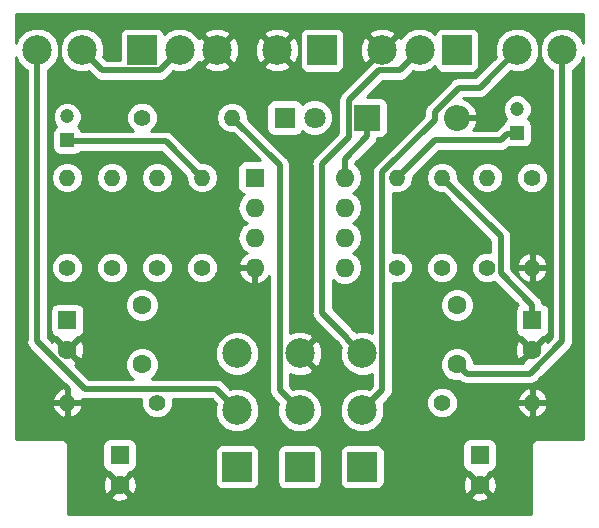
<source format=gbl>
G04 #@! TF.GenerationSoftware,KiCad,Pcbnew,5.0.2-bee76a0~70~ubuntu16.04.1*
G04 #@! TF.CreationDate,2019-03-31T15:05:16-05:00*
G04 #@! TF.ProjectId,Bloop2,426c6f6f-7032-42e6-9b69-6361645f7063,rev?*
G04 #@! TF.SameCoordinates,Original*
G04 #@! TF.FileFunction,Copper,L2,Bot*
G04 #@! TF.FilePolarity,Positive*
%FSLAX46Y46*%
G04 Gerber Fmt 4.6, Leading zero omitted, Abs format (unit mm)*
G04 Created by KiCad (PCBNEW 5.0.2-bee76a0~70~ubuntu16.04.1) date Sun 31 Mar 2019 03:05:16 PM CDT*
%MOMM*%
%LPD*%
G01*
G04 APERTURE LIST*
G04 #@! TA.AperFunction,ComponentPad*
%ADD10C,2.499360*%
G04 #@! TD*
G04 #@! TA.AperFunction,ComponentPad*
%ADD11C,1.600000*%
G04 #@! TD*
G04 #@! TA.AperFunction,ComponentPad*
%ADD12R,1.600000X1.600000*%
G04 #@! TD*
G04 #@! TA.AperFunction,ComponentPad*
%ADD13R,1.800000X1.800000*%
G04 #@! TD*
G04 #@! TA.AperFunction,ComponentPad*
%ADD14C,1.800000*%
G04 #@! TD*
G04 #@! TA.AperFunction,ComponentPad*
%ADD15O,1.400000X1.400000*%
G04 #@! TD*
G04 #@! TA.AperFunction,ComponentPad*
%ADD16C,1.400000*%
G04 #@! TD*
G04 #@! TA.AperFunction,ComponentPad*
%ADD17O,1.600000X1.600000*%
G04 #@! TD*
G04 #@! TA.AperFunction,ComponentPad*
%ADD18R,2.200000X2.200000*%
G04 #@! TD*
G04 #@! TA.AperFunction,ComponentPad*
%ADD19O,2.200000X2.200000*%
G04 #@! TD*
G04 #@! TA.AperFunction,ComponentPad*
%ADD20R,2.499360X2.499360*%
G04 #@! TD*
G04 #@! TA.AperFunction,ComponentPad*
%ADD21C,2.500000*%
G04 #@! TD*
G04 #@! TA.AperFunction,ComponentPad*
%ADD22R,2.500000X2.500000*%
G04 #@! TD*
G04 #@! TA.AperFunction,ComponentPad*
%ADD23R,1.200000X1.200000*%
G04 #@! TD*
G04 #@! TA.AperFunction,ComponentPad*
%ADD24C,1.200000*%
G04 #@! TD*
G04 #@! TA.AperFunction,Conductor*
%ADD25C,0.500000*%
G04 #@! TD*
G04 #@! TA.AperFunction,Conductor*
%ADD26C,0.254000*%
G04 #@! TD*
G04 APERTURE END LIST*
D10*
G04 #@! TO.P,J5,1*
G04 #@! TO.N,Net-(J5-Pad1)*
X177165000Y-86995000D03*
G04 #@! TD*
D11*
G04 #@! TO.P,C1,2*
G04 #@! TO.N,GND*
X143510000Y-123785000D03*
D12*
G04 #@! TO.P,C1,1*
G04 #@! TO.N,+9V*
X143510000Y-121285000D03*
G04 #@! TD*
G04 #@! TO.P,C2,1*
G04 #@! TO.N,VREF*
X173990000Y-121285000D03*
D11*
G04 #@! TO.P,C2,2*
G04 #@! TO.N,GND*
X173990000Y-123785000D03*
G04 #@! TD*
D13*
G04 #@! TO.P,D1,1*
G04 #@! TO.N,Net-(D1-Pad1)*
X157480000Y-92710000D03*
D14*
G04 #@! TO.P,D1,2*
G04 #@! TO.N,+9V*
X160020000Y-92710000D03*
G04 #@! TD*
D15*
G04 #@! TO.P,R1,2*
G04 #@! TO.N,VREF*
X139065000Y-97790000D03*
D16*
G04 #@! TO.P,R1,1*
G04 #@! TO.N,+9V*
X139065000Y-105410000D03*
G04 #@! TD*
D15*
G04 #@! TO.P,R2,2*
G04 #@! TO.N,GND*
X178435000Y-105410000D03*
D16*
G04 #@! TO.P,R2,1*
G04 #@! TO.N,VREF*
X178435000Y-97790000D03*
G04 #@! TD*
G04 #@! TO.P,R3,1*
G04 #@! TO.N,Net-(C3-Pad2)*
X146685000Y-116840000D03*
D15*
G04 #@! TO.P,R3,2*
G04 #@! TO.N,GND*
X139065000Y-116840000D03*
G04 #@! TD*
D16*
G04 #@! TO.P,R4,1*
G04 #@! TO.N,Net-(C4-Pad2)*
X170815000Y-116840000D03*
D15*
G04 #@! TO.P,R4,2*
G04 #@! TO.N,GND*
X178435000Y-116840000D03*
G04 #@! TD*
G04 #@! TO.P,R5,2*
G04 #@! TO.N,VREF*
X142875000Y-97790000D03*
D16*
G04 #@! TO.P,R5,1*
G04 #@! TO.N,Net-(C3-Pad1)*
X142875000Y-105410000D03*
G04 #@! TD*
D15*
G04 #@! TO.P,R6,2*
G04 #@! TO.N,VREF*
X174625000Y-97790000D03*
D16*
G04 #@! TO.P,R6,1*
G04 #@! TO.N,Net-(C4-Pad1)*
X174625000Y-105410000D03*
G04 #@! TD*
G04 #@! TO.P,R7,1*
G04 #@! TO.N,Net-(R7-Pad1)*
X146685000Y-105410000D03*
D15*
G04 #@! TO.P,R7,2*
G04 #@! TO.N,Net-(C5-Pad1)*
X146685000Y-97790000D03*
G04 #@! TD*
D16*
G04 #@! TO.P,R8,1*
G04 #@! TO.N,Net-(R10-Pad1)*
X170815000Y-105410000D03*
D15*
G04 #@! TO.P,R8,2*
G04 #@! TO.N,Net-(C6-Pad1)*
X170815000Y-97790000D03*
G04 #@! TD*
D16*
G04 #@! TO.P,R9,1*
G04 #@! TO.N,Net-(R7-Pad1)*
X150495000Y-105410000D03*
D15*
G04 #@! TO.P,R9,2*
G04 #@! TO.N,Net-(C7-Pad1)*
X150495000Y-97790000D03*
G04 #@! TD*
D12*
G04 #@! TO.P,U1,1*
G04 #@! TO.N,Net-(C7-Pad1)*
X154940000Y-97790000D03*
D17*
G04 #@! TO.P,U1,5*
G04 #@! TO.N,Net-(C4-Pad1)*
X162560000Y-105410000D03*
G04 #@! TO.P,U1,2*
G04 #@! TO.N,Net-(R7-Pad1)*
X154940000Y-100330000D03*
G04 #@! TO.P,U1,6*
G04 #@! TO.N,Net-(R10-Pad1)*
X162560000Y-102870000D03*
G04 #@! TO.P,U1,3*
G04 #@! TO.N,Net-(C3-Pad1)*
X154940000Y-102870000D03*
G04 #@! TO.P,U1,7*
G04 #@! TO.N,Net-(C8-Pad1)*
X162560000Y-100330000D03*
G04 #@! TO.P,U1,4*
G04 #@! TO.N,GND*
X154940000Y-105410000D03*
G04 #@! TO.P,U1,8*
G04 #@! TO.N,+9V*
X162560000Y-97790000D03*
G04 #@! TD*
D18*
G04 #@! TO.P,D2,1*
G04 #@! TO.N,+9V*
X164465000Y-92710000D03*
D19*
G04 #@! TO.P,D2,2*
G04 #@! TO.N,GND*
X172085000Y-92710000D03*
G04 #@! TD*
D20*
G04 #@! TO.P,J1,1*
G04 #@! TO.N,+9V*
X160655000Y-86995000D03*
D10*
G04 #@! TO.P,J1,2*
G04 #@! TO.N,GND*
X156845000Y-86995000D03*
G04 #@! TD*
G04 #@! TO.P,J3,1*
G04 #@! TO.N,Net-(C4-Pad2)*
X180975000Y-86995000D03*
G04 #@! TD*
G04 #@! TO.P,J4,1*
G04 #@! TO.N,Net-(J4-Pad1)*
X140335000Y-86995000D03*
G04 #@! TD*
G04 #@! TO.P,J2,1*
G04 #@! TO.N,Net-(J2-Pad1)*
X136525000Y-86995000D03*
G04 #@! TD*
D21*
G04 #@! TO.P,SW1,3*
G04 #@! TO.N,GND*
X158750000Y-112675000D03*
D22*
G04 #@! TO.P,SW1,1*
G04 #@! TO.N,N/C*
X158750000Y-122275000D03*
D21*
G04 #@! TO.P,SW1,2*
G04 #@! TO.N,Net-(RLED1-Pad2)*
X158750000Y-117475000D03*
G04 #@! TD*
G04 #@! TO.P,SW2,2*
G04 #@! TO.N,Net-(J2-Pad1)*
X153450000Y-117475000D03*
D22*
G04 #@! TO.P,SW2,1*
G04 #@! TO.N,BYPASS*
X153450000Y-122275000D03*
D21*
G04 #@! TO.P,SW2,3*
G04 #@! TO.N,Net-(C3-Pad2)*
X153450000Y-112675000D03*
G04 #@! TD*
G04 #@! TO.P,SW3,2*
G04 #@! TO.N,Net-(J5-Pad1)*
X164050000Y-117475000D03*
D22*
G04 #@! TO.P,SW3,1*
G04 #@! TO.N,BYPASS*
X164050000Y-122275000D03*
D21*
G04 #@! TO.P,SW3,3*
G04 #@! TO.N,Net-(RV2-Pad2)*
X164050000Y-112675000D03*
G04 #@! TD*
D20*
G04 #@! TO.P,RV1,1*
G04 #@! TO.N,Net-(C7-Pad2)*
X145415000Y-86995000D03*
D10*
G04 #@! TO.P,RV1,2*
G04 #@! TO.N,Net-(J4-Pad1)*
X148590000Y-86995000D03*
G04 #@! TO.P,RV1,3*
G04 #@! TO.N,GND*
X151765000Y-86995000D03*
G04 #@! TD*
G04 #@! TO.P,RV2,3*
G04 #@! TO.N,GND*
X165735000Y-86995000D03*
G04 #@! TO.P,RV2,2*
G04 #@! TO.N,Net-(RV2-Pad2)*
X168910000Y-86995000D03*
D20*
G04 #@! TO.P,RV2,1*
G04 #@! TO.N,Net-(C8-Pad2)*
X172085000Y-86995000D03*
G04 #@! TD*
D11*
G04 #@! TO.P,C3,2*
G04 #@! TO.N,Net-(C3-Pad2)*
X145415000Y-113585000D03*
G04 #@! TO.P,C3,1*
G04 #@! TO.N,Net-(C3-Pad1)*
X145415000Y-108585000D03*
G04 #@! TD*
G04 #@! TO.P,C4,2*
G04 #@! TO.N,Net-(C4-Pad2)*
X172085000Y-113585000D03*
G04 #@! TO.P,C4,1*
G04 #@! TO.N,Net-(C4-Pad1)*
X172085000Y-108585000D03*
G04 #@! TD*
D12*
G04 #@! TO.P,C5,1*
G04 #@! TO.N,Net-(C5-Pad1)*
X139065000Y-109855000D03*
D11*
G04 #@! TO.P,C5,2*
G04 #@! TO.N,GND*
X139065000Y-112355000D03*
G04 #@! TD*
G04 #@! TO.P,C6,2*
G04 #@! TO.N,GND*
X178435000Y-112355000D03*
D12*
G04 #@! TO.P,C6,1*
G04 #@! TO.N,Net-(C6-Pad1)*
X178435000Y-109855000D03*
G04 #@! TD*
D15*
G04 #@! TO.P,R10,2*
G04 #@! TO.N,Net-(C8-Pad1)*
X167005000Y-97790000D03*
D16*
G04 #@! TO.P,R10,1*
G04 #@! TO.N,Net-(R10-Pad1)*
X167005000Y-105410000D03*
G04 #@! TD*
G04 #@! TO.P,RLED1,1*
G04 #@! TO.N,Net-(D1-Pad1)*
X145415000Y-92710000D03*
D15*
G04 #@! TO.P,RLED1,2*
G04 #@! TO.N,Net-(RLED1-Pad2)*
X153035000Y-92710000D03*
G04 #@! TD*
D23*
G04 #@! TO.P,C7,1*
G04 #@! TO.N,Net-(C7-Pad1)*
X139065000Y-94615000D03*
D24*
G04 #@! TO.P,C7,2*
G04 #@! TO.N,Net-(C7-Pad2)*
X139065000Y-92615000D03*
G04 #@! TD*
G04 #@! TO.P,C8,2*
G04 #@! TO.N,Net-(C8-Pad2)*
X177165000Y-91980000D03*
D23*
G04 #@! TO.P,C8,1*
G04 #@! TO.N,Net-(C8-Pad1)*
X177165000Y-93980000D03*
G04 #@! TD*
D25*
G04 #@! TO.N,+9V*
X164465000Y-94310000D02*
X162560000Y-96215000D01*
X164465000Y-92710000D02*
X164465000Y-94310000D01*
X162560000Y-96215000D02*
X162560000Y-97790000D01*
G04 #@! TO.N,Net-(C4-Pad2)*
X180975000Y-88762314D02*
X180975000Y-86995000D01*
X178255003Y-114384999D02*
X180975000Y-111665002D01*
X172884999Y-114384999D02*
X178255003Y-114384999D01*
X180975000Y-111665002D02*
X180975000Y-88762314D01*
X172085000Y-113585000D02*
X172884999Y-114384999D01*
G04 #@! TO.N,Net-(C6-Pad1)*
X171514999Y-98489999D02*
X170815000Y-97790000D01*
X175775001Y-102750001D02*
X171514999Y-98489999D01*
X175775001Y-105895001D02*
X175775001Y-102750001D01*
X178435000Y-108555000D02*
X175775001Y-105895001D01*
X178435000Y-109855000D02*
X178435000Y-108555000D01*
G04 #@! TO.N,Net-(J5-Pad1)*
X172222686Y-90170000D02*
X170180000Y-92212686D01*
X170180000Y-92212686D02*
X170180000Y-92912998D01*
X170180000Y-92912998D02*
X165750001Y-97342997D01*
X165750001Y-115774999D02*
X164050000Y-117475000D01*
X165750001Y-97342997D02*
X165750001Y-115774999D01*
X173990000Y-90170000D02*
X177165000Y-86995000D01*
X172222686Y-90170000D02*
X173990000Y-90170000D01*
G04 #@! TO.N,Net-(RV2-Pad2)*
X162800001Y-111425001D02*
X162800001Y-111365001D01*
X164050000Y-112675000D02*
X162800001Y-111425001D01*
X162800001Y-111365001D02*
X160655000Y-109220000D01*
X167660321Y-88244679D02*
X168910000Y-86995000D01*
X167210319Y-88694681D02*
X167660321Y-88244679D01*
X165470317Y-88694681D02*
X167210319Y-88694681D01*
X162914999Y-91249999D02*
X165470317Y-88694681D01*
X162914999Y-94350001D02*
X162914999Y-91249999D01*
X160655000Y-96610000D02*
X162914999Y-94350001D01*
X160655000Y-109220000D02*
X160655000Y-96610000D01*
G04 #@! TO.N,Net-(J2-Pad1)*
X151664999Y-115689999D02*
X152200001Y-116225001D01*
X152200001Y-116225001D02*
X153450000Y-117475000D01*
X140549997Y-115689999D02*
X151664999Y-115689999D01*
X136525000Y-111665002D02*
X140549997Y-115689999D01*
X136525000Y-86995000D02*
X136525000Y-111665002D01*
G04 #@! TO.N,Net-(J4-Pad1)*
X146890319Y-88694681D02*
X142034681Y-88694681D01*
X141584679Y-88244679D02*
X140335000Y-86995000D01*
X142034681Y-88694681D02*
X141584679Y-88244679D01*
X148590000Y-86995000D02*
X146890319Y-88694681D01*
G04 #@! TO.N,Net-(C7-Pad1)*
X139913528Y-94710000D02*
X139065000Y-94710000D01*
X147415000Y-94710000D02*
X139065000Y-94710000D01*
X150495000Y-97790000D02*
X147415000Y-94710000D01*
G04 #@! TO.N,Net-(C8-Pad1)*
X167005000Y-97790000D02*
X170180000Y-94615000D01*
X175776472Y-94615000D02*
X170180000Y-94615000D01*
X176316472Y-94075000D02*
X175776472Y-94615000D01*
X177165000Y-94075000D02*
X176316472Y-94075000D01*
G04 #@! TO.N,Net-(RLED1-Pad2)*
X157049999Y-96724999D02*
X153035000Y-92710000D01*
X158750000Y-117475000D02*
X157049999Y-115774999D01*
X157049999Y-115774999D02*
X157049999Y-96724999D01*
G04 #@! TD*
D26*
G04 #@! TO.N,GND*
G36*
X182780001Y-86427751D02*
X182572755Y-85927415D01*
X182042585Y-85397245D01*
X181349886Y-85110320D01*
X180600114Y-85110320D01*
X179907415Y-85397245D01*
X179377245Y-85927415D01*
X179090320Y-86620114D01*
X179090320Y-87369886D01*
X179377245Y-88062585D01*
X179907415Y-88592755D01*
X180090000Y-88668384D01*
X180090000Y-88849478D01*
X180090001Y-88849483D01*
X180090000Y-111298423D01*
X179717733Y-111670690D01*
X179688864Y-111600995D01*
X179442745Y-111526861D01*
X178614605Y-112355000D01*
X178628748Y-112369143D01*
X178449143Y-112548748D01*
X178435000Y-112534605D01*
X177606861Y-113362745D01*
X177648204Y-113499999D01*
X173520000Y-113499999D01*
X173520000Y-113299561D01*
X173301534Y-112772138D01*
X172897862Y-112368466D01*
X172370439Y-112150000D01*
X171799561Y-112150000D01*
X171272138Y-112368466D01*
X170868466Y-112772138D01*
X170650000Y-113299561D01*
X170650000Y-113870439D01*
X170868466Y-114397862D01*
X171272138Y-114801534D01*
X171799561Y-115020000D01*
X172244913Y-115020000D01*
X172246950Y-115023048D01*
X172320843Y-115072422D01*
X172320844Y-115072423D01*
X172343521Y-115087575D01*
X172539689Y-115218651D01*
X172797834Y-115269999D01*
X172797838Y-115269999D01*
X172884998Y-115287336D01*
X172972158Y-115269999D01*
X178167842Y-115269999D01*
X178255003Y-115287336D01*
X178342164Y-115269999D01*
X178342168Y-115269999D01*
X178600313Y-115218651D01*
X178893052Y-115023048D01*
X178942428Y-114949152D01*
X181539156Y-112352425D01*
X181613049Y-112303051D01*
X181662425Y-112229156D01*
X181808652Y-112010312D01*
X181812860Y-111989155D01*
X181860000Y-111752167D01*
X181860000Y-111752163D01*
X181877337Y-111665002D01*
X181860000Y-111577841D01*
X181860000Y-88668384D01*
X182042585Y-88592755D01*
X182572755Y-88062585D01*
X182780001Y-87562249D01*
X182780000Y-119915000D01*
X179142388Y-119915000D01*
X179070000Y-119900601D01*
X178997612Y-119915000D01*
X178783217Y-119957646D01*
X178540095Y-120120095D01*
X178377646Y-120363217D01*
X178320601Y-120650000D01*
X178335001Y-120722393D01*
X178335000Y-126265000D01*
X139165000Y-126265000D01*
X139165000Y-124792745D01*
X142681861Y-124792745D01*
X142755995Y-125038864D01*
X143293223Y-125231965D01*
X143863454Y-125204778D01*
X144264005Y-125038864D01*
X144338139Y-124792745D01*
X173161861Y-124792745D01*
X173235995Y-125038864D01*
X173773223Y-125231965D01*
X174343454Y-125204778D01*
X174744005Y-125038864D01*
X174818139Y-124792745D01*
X173990000Y-123964605D01*
X173161861Y-124792745D01*
X144338139Y-124792745D01*
X143510000Y-123964605D01*
X142681861Y-124792745D01*
X139165000Y-124792745D01*
X139165000Y-123568223D01*
X142063035Y-123568223D01*
X142090222Y-124138454D01*
X142256136Y-124539005D01*
X142502255Y-124613139D01*
X143330395Y-123785000D01*
X143689605Y-123785000D01*
X144517745Y-124613139D01*
X144763864Y-124539005D01*
X144956965Y-124001777D01*
X144929778Y-123431546D01*
X144763864Y-123030995D01*
X144517745Y-122956861D01*
X143689605Y-123785000D01*
X143330395Y-123785000D01*
X142502255Y-122956861D01*
X142256136Y-123030995D01*
X142063035Y-123568223D01*
X139165000Y-123568223D01*
X139165000Y-120722387D01*
X139179399Y-120650000D01*
X139146579Y-120485000D01*
X142062560Y-120485000D01*
X142062560Y-122085000D01*
X142111843Y-122332765D01*
X142252191Y-122542809D01*
X142462235Y-122683157D01*
X142696187Y-122729693D01*
X142681861Y-122777255D01*
X143510000Y-123605395D01*
X144338139Y-122777255D01*
X144323813Y-122729693D01*
X144557765Y-122683157D01*
X144767809Y-122542809D01*
X144908157Y-122332765D01*
X144957440Y-122085000D01*
X144957440Y-121025000D01*
X151552560Y-121025000D01*
X151552560Y-123525000D01*
X151601843Y-123772765D01*
X151742191Y-123982809D01*
X151952235Y-124123157D01*
X152200000Y-124172440D01*
X154700000Y-124172440D01*
X154947765Y-124123157D01*
X155157809Y-123982809D01*
X155298157Y-123772765D01*
X155347440Y-123525000D01*
X155347440Y-121025000D01*
X156852560Y-121025000D01*
X156852560Y-123525000D01*
X156901843Y-123772765D01*
X157042191Y-123982809D01*
X157252235Y-124123157D01*
X157500000Y-124172440D01*
X160000000Y-124172440D01*
X160247765Y-124123157D01*
X160457809Y-123982809D01*
X160598157Y-123772765D01*
X160647440Y-123525000D01*
X160647440Y-121025000D01*
X162152560Y-121025000D01*
X162152560Y-123525000D01*
X162201843Y-123772765D01*
X162342191Y-123982809D01*
X162552235Y-124123157D01*
X162800000Y-124172440D01*
X165300000Y-124172440D01*
X165547765Y-124123157D01*
X165757809Y-123982809D01*
X165898157Y-123772765D01*
X165938842Y-123568223D01*
X172543035Y-123568223D01*
X172570222Y-124138454D01*
X172736136Y-124539005D01*
X172982255Y-124613139D01*
X173810395Y-123785000D01*
X174169605Y-123785000D01*
X174997745Y-124613139D01*
X175243864Y-124539005D01*
X175436965Y-124001777D01*
X175409778Y-123431546D01*
X175243864Y-123030995D01*
X174997745Y-122956861D01*
X174169605Y-123785000D01*
X173810395Y-123785000D01*
X172982255Y-122956861D01*
X172736136Y-123030995D01*
X172543035Y-123568223D01*
X165938842Y-123568223D01*
X165947440Y-123525000D01*
X165947440Y-121025000D01*
X165898157Y-120777235D01*
X165757809Y-120567191D01*
X165634803Y-120485000D01*
X172542560Y-120485000D01*
X172542560Y-122085000D01*
X172591843Y-122332765D01*
X172732191Y-122542809D01*
X172942235Y-122683157D01*
X173176187Y-122729693D01*
X173161861Y-122777255D01*
X173990000Y-123605395D01*
X174818139Y-122777255D01*
X174803813Y-122729693D01*
X175037765Y-122683157D01*
X175247809Y-122542809D01*
X175388157Y-122332765D01*
X175437440Y-122085000D01*
X175437440Y-120485000D01*
X175388157Y-120237235D01*
X175247809Y-120027191D01*
X175037765Y-119886843D01*
X174790000Y-119837560D01*
X173190000Y-119837560D01*
X172942235Y-119886843D01*
X172732191Y-120027191D01*
X172591843Y-120237235D01*
X172542560Y-120485000D01*
X165634803Y-120485000D01*
X165547765Y-120426843D01*
X165300000Y-120377560D01*
X162800000Y-120377560D01*
X162552235Y-120426843D01*
X162342191Y-120567191D01*
X162201843Y-120777235D01*
X162152560Y-121025000D01*
X160647440Y-121025000D01*
X160598157Y-120777235D01*
X160457809Y-120567191D01*
X160247765Y-120426843D01*
X160000000Y-120377560D01*
X157500000Y-120377560D01*
X157252235Y-120426843D01*
X157042191Y-120567191D01*
X156901843Y-120777235D01*
X156852560Y-121025000D01*
X155347440Y-121025000D01*
X155298157Y-120777235D01*
X155157809Y-120567191D01*
X154947765Y-120426843D01*
X154700000Y-120377560D01*
X152200000Y-120377560D01*
X151952235Y-120426843D01*
X151742191Y-120567191D01*
X151601843Y-120777235D01*
X151552560Y-121025000D01*
X144957440Y-121025000D01*
X144957440Y-120485000D01*
X144908157Y-120237235D01*
X144767809Y-120027191D01*
X144557765Y-119886843D01*
X144310000Y-119837560D01*
X142710000Y-119837560D01*
X142462235Y-119886843D01*
X142252191Y-120027191D01*
X142111843Y-120237235D01*
X142062560Y-120485000D01*
X139146579Y-120485000D01*
X139122354Y-120363217D01*
X138959905Y-120120095D01*
X138716783Y-119957646D01*
X138502388Y-119915000D01*
X138430000Y-119900601D01*
X138357612Y-119915000D01*
X134720000Y-119915000D01*
X134720000Y-117173329D01*
X137772284Y-117173329D01*
X137915203Y-117518396D01*
X138262337Y-117906764D01*
X138731669Y-118132727D01*
X138938000Y-118010206D01*
X138938000Y-116967000D01*
X139192000Y-116967000D01*
X139192000Y-118010206D01*
X139398331Y-118132727D01*
X139867663Y-117906764D01*
X140214797Y-117518396D01*
X140357716Y-117173329D01*
X140234374Y-116967000D01*
X139192000Y-116967000D01*
X138938000Y-116967000D01*
X137895626Y-116967000D01*
X137772284Y-117173329D01*
X134720000Y-117173329D01*
X134720000Y-116506671D01*
X137772284Y-116506671D01*
X137895626Y-116713000D01*
X138938000Y-116713000D01*
X138938000Y-115669794D01*
X138731669Y-115547273D01*
X138262337Y-115773236D01*
X137915203Y-116161604D01*
X137772284Y-116506671D01*
X134720000Y-116506671D01*
X134720000Y-87562251D01*
X134927245Y-88062585D01*
X135457415Y-88592755D01*
X135640000Y-88668384D01*
X135640001Y-111577836D01*
X135622663Y-111665002D01*
X135691348Y-112010311D01*
X135837576Y-112229156D01*
X135837577Y-112229157D01*
X135886952Y-112303051D01*
X135960845Y-112352425D01*
X139246093Y-115637673D01*
X139192000Y-115669794D01*
X139192000Y-116713000D01*
X140234374Y-116713000D01*
X140332382Y-116549051D01*
X140462832Y-116574999D01*
X140462836Y-116574999D01*
X140549996Y-116592336D01*
X140637156Y-116574999D01*
X145350000Y-116574999D01*
X145350000Y-117105548D01*
X145553242Y-117596217D01*
X145928783Y-117971758D01*
X146419452Y-118175000D01*
X146950548Y-118175000D01*
X147441217Y-117971758D01*
X147816758Y-117596217D01*
X148020000Y-117105548D01*
X148020000Y-116574999D01*
X151298421Y-116574999D01*
X151640705Y-116917283D01*
X151565000Y-117100050D01*
X151565000Y-117849950D01*
X151851974Y-118542767D01*
X152382233Y-119073026D01*
X153075050Y-119360000D01*
X153824950Y-119360000D01*
X154517767Y-119073026D01*
X155048026Y-118542767D01*
X155335000Y-117849950D01*
X155335000Y-117100050D01*
X155048026Y-116407233D01*
X154517767Y-115876974D01*
X153824950Y-115590000D01*
X153075050Y-115590000D01*
X152892283Y-115665705D01*
X152352424Y-115125846D01*
X152303048Y-115051950D01*
X152010309Y-114856347D01*
X151752164Y-114804999D01*
X151752160Y-114804999D01*
X151664999Y-114787662D01*
X151577838Y-114804999D01*
X146219497Y-114804999D01*
X146227862Y-114801534D01*
X146631534Y-114397862D01*
X146850000Y-113870439D01*
X146850000Y-113299561D01*
X146631534Y-112772138D01*
X146227862Y-112368466D01*
X146062692Y-112300050D01*
X151565000Y-112300050D01*
X151565000Y-113049950D01*
X151851974Y-113742767D01*
X152382233Y-114273026D01*
X153075050Y-114560000D01*
X153824950Y-114560000D01*
X154517767Y-114273026D01*
X155048026Y-113742767D01*
X155335000Y-113049950D01*
X155335000Y-112300050D01*
X155048026Y-111607233D01*
X154517767Y-111076974D01*
X153824950Y-110790000D01*
X153075050Y-110790000D01*
X152382233Y-111076974D01*
X151851974Y-111607233D01*
X151565000Y-112300050D01*
X146062692Y-112300050D01*
X145700439Y-112150000D01*
X145129561Y-112150000D01*
X144602138Y-112368466D01*
X144198466Y-112772138D01*
X143980000Y-113299561D01*
X143980000Y-113870439D01*
X144198466Y-114397862D01*
X144602138Y-114801534D01*
X144610503Y-114804999D01*
X140916576Y-114804999D01*
X139749310Y-113637733D01*
X139819005Y-113608864D01*
X139893139Y-113362745D01*
X139065000Y-112534605D01*
X139050858Y-112548748D01*
X138871253Y-112369143D01*
X138885395Y-112355000D01*
X139244605Y-112355000D01*
X140072745Y-113183139D01*
X140318864Y-113109005D01*
X140511965Y-112571777D01*
X140484778Y-112001546D01*
X140318864Y-111600995D01*
X140072745Y-111526861D01*
X139244605Y-112355000D01*
X138885395Y-112355000D01*
X138057255Y-111526861D01*
X137811136Y-111600995D01*
X137785075Y-111673499D01*
X137410000Y-111298424D01*
X137410000Y-109055000D01*
X137617560Y-109055000D01*
X137617560Y-110655000D01*
X137666843Y-110902765D01*
X137807191Y-111112809D01*
X138017235Y-111253157D01*
X138251187Y-111299693D01*
X138236861Y-111347255D01*
X139065000Y-112175395D01*
X139893139Y-111347255D01*
X139878813Y-111299693D01*
X140112765Y-111253157D01*
X140322809Y-111112809D01*
X140463157Y-110902765D01*
X140512440Y-110655000D01*
X140512440Y-109055000D01*
X140463157Y-108807235D01*
X140322809Y-108597191D01*
X140112765Y-108456843D01*
X139865000Y-108407560D01*
X138265000Y-108407560D01*
X138017235Y-108456843D01*
X137807191Y-108597191D01*
X137666843Y-108807235D01*
X137617560Y-109055000D01*
X137410000Y-109055000D01*
X137410000Y-108299561D01*
X143980000Y-108299561D01*
X143980000Y-108870439D01*
X144198466Y-109397862D01*
X144602138Y-109801534D01*
X145129561Y-110020000D01*
X145700439Y-110020000D01*
X146227862Y-109801534D01*
X146631534Y-109397862D01*
X146850000Y-108870439D01*
X146850000Y-108299561D01*
X146631534Y-107772138D01*
X146227862Y-107368466D01*
X145700439Y-107150000D01*
X145129561Y-107150000D01*
X144602138Y-107368466D01*
X144198466Y-107772138D01*
X143980000Y-108299561D01*
X137410000Y-108299561D01*
X137410000Y-105144452D01*
X137730000Y-105144452D01*
X137730000Y-105675548D01*
X137933242Y-106166217D01*
X138308783Y-106541758D01*
X138799452Y-106745000D01*
X139330548Y-106745000D01*
X139821217Y-106541758D01*
X140196758Y-106166217D01*
X140400000Y-105675548D01*
X140400000Y-105144452D01*
X141540000Y-105144452D01*
X141540000Y-105675548D01*
X141743242Y-106166217D01*
X142118783Y-106541758D01*
X142609452Y-106745000D01*
X143140548Y-106745000D01*
X143631217Y-106541758D01*
X144006758Y-106166217D01*
X144210000Y-105675548D01*
X144210000Y-105144452D01*
X145350000Y-105144452D01*
X145350000Y-105675548D01*
X145553242Y-106166217D01*
X145928783Y-106541758D01*
X146419452Y-106745000D01*
X146950548Y-106745000D01*
X147441217Y-106541758D01*
X147816758Y-106166217D01*
X148020000Y-105675548D01*
X148020000Y-105144452D01*
X149160000Y-105144452D01*
X149160000Y-105675548D01*
X149363242Y-106166217D01*
X149738783Y-106541758D01*
X150229452Y-106745000D01*
X150760548Y-106745000D01*
X151251217Y-106541758D01*
X151626758Y-106166217D01*
X151795416Y-105759039D01*
X153548096Y-105759039D01*
X153708959Y-106147423D01*
X154084866Y-106562389D01*
X154590959Y-106801914D01*
X154813000Y-106680629D01*
X154813000Y-105537000D01*
X153670085Y-105537000D01*
X153548096Y-105759039D01*
X151795416Y-105759039D01*
X151830000Y-105675548D01*
X151830000Y-105144452D01*
X151626758Y-104653783D01*
X151251217Y-104278242D01*
X150760548Y-104075000D01*
X150229452Y-104075000D01*
X149738783Y-104278242D01*
X149363242Y-104653783D01*
X149160000Y-105144452D01*
X148020000Y-105144452D01*
X147816758Y-104653783D01*
X147441217Y-104278242D01*
X146950548Y-104075000D01*
X146419452Y-104075000D01*
X145928783Y-104278242D01*
X145553242Y-104653783D01*
X145350000Y-105144452D01*
X144210000Y-105144452D01*
X144006758Y-104653783D01*
X143631217Y-104278242D01*
X143140548Y-104075000D01*
X142609452Y-104075000D01*
X142118783Y-104278242D01*
X141743242Y-104653783D01*
X141540000Y-105144452D01*
X140400000Y-105144452D01*
X140196758Y-104653783D01*
X139821217Y-104278242D01*
X139330548Y-104075000D01*
X138799452Y-104075000D01*
X138308783Y-104278242D01*
X137933242Y-104653783D01*
X137730000Y-105144452D01*
X137410000Y-105144452D01*
X137410000Y-97790000D01*
X137703846Y-97790000D01*
X137807458Y-98310891D01*
X138102519Y-98752481D01*
X138544109Y-99047542D01*
X138933515Y-99125000D01*
X139196485Y-99125000D01*
X139585891Y-99047542D01*
X140027481Y-98752481D01*
X140322542Y-98310891D01*
X140426154Y-97790000D01*
X141513846Y-97790000D01*
X141617458Y-98310891D01*
X141912519Y-98752481D01*
X142354109Y-99047542D01*
X142743515Y-99125000D01*
X143006485Y-99125000D01*
X143395891Y-99047542D01*
X143837481Y-98752481D01*
X144132542Y-98310891D01*
X144236154Y-97790000D01*
X145323846Y-97790000D01*
X145427458Y-98310891D01*
X145722519Y-98752481D01*
X146164109Y-99047542D01*
X146553515Y-99125000D01*
X146816485Y-99125000D01*
X147205891Y-99047542D01*
X147647481Y-98752481D01*
X147942542Y-98310891D01*
X148046154Y-97790000D01*
X147942542Y-97269109D01*
X147647481Y-96827519D01*
X147205891Y-96532458D01*
X146816485Y-96455000D01*
X146553515Y-96455000D01*
X146164109Y-96532458D01*
X145722519Y-96827519D01*
X145427458Y-97269109D01*
X145323846Y-97790000D01*
X144236154Y-97790000D01*
X144132542Y-97269109D01*
X143837481Y-96827519D01*
X143395891Y-96532458D01*
X143006485Y-96455000D01*
X142743515Y-96455000D01*
X142354109Y-96532458D01*
X141912519Y-96827519D01*
X141617458Y-97269109D01*
X141513846Y-97790000D01*
X140426154Y-97790000D01*
X140322542Y-97269109D01*
X140027481Y-96827519D01*
X139585891Y-96532458D01*
X139196485Y-96455000D01*
X138933515Y-96455000D01*
X138544109Y-96532458D01*
X138102519Y-96827519D01*
X137807458Y-97269109D01*
X137703846Y-97790000D01*
X137410000Y-97790000D01*
X137410000Y-94015000D01*
X137817560Y-94015000D01*
X137817560Y-95215000D01*
X137866843Y-95462765D01*
X138007191Y-95672809D01*
X138217235Y-95813157D01*
X138465000Y-95862440D01*
X139665000Y-95862440D01*
X139912765Y-95813157D01*
X140122809Y-95672809D01*
X140174800Y-95595000D01*
X147048422Y-95595000D01*
X149152026Y-97698605D01*
X149133846Y-97790000D01*
X149237458Y-98310891D01*
X149532519Y-98752481D01*
X149974109Y-99047542D01*
X150363515Y-99125000D01*
X150626485Y-99125000D01*
X151015891Y-99047542D01*
X151457481Y-98752481D01*
X151752542Y-98310891D01*
X151856154Y-97790000D01*
X151752542Y-97269109D01*
X151457481Y-96827519D01*
X151015891Y-96532458D01*
X150626485Y-96455000D01*
X150411579Y-96455000D01*
X148102425Y-94145847D01*
X148053049Y-94071951D01*
X147760310Y-93876348D01*
X147502165Y-93825000D01*
X147502161Y-93825000D01*
X147415000Y-93807663D01*
X147327839Y-93825000D01*
X146187975Y-93825000D01*
X146546758Y-93466217D01*
X146750000Y-92975548D01*
X146750000Y-92710000D01*
X151673846Y-92710000D01*
X151777458Y-93230891D01*
X152072519Y-93672481D01*
X152514109Y-93967542D01*
X152903515Y-94045000D01*
X153118422Y-94045000D01*
X155415981Y-96342560D01*
X154140000Y-96342560D01*
X153892235Y-96391843D01*
X153682191Y-96532191D01*
X153541843Y-96742235D01*
X153492560Y-96990000D01*
X153492560Y-98590000D01*
X153541843Y-98837765D01*
X153682191Y-99047809D01*
X153892235Y-99188157D01*
X154026106Y-99214785D01*
X153905423Y-99295423D01*
X153588260Y-99770091D01*
X153476887Y-100330000D01*
X153588260Y-100889909D01*
X153905423Y-101364577D01*
X154257758Y-101600000D01*
X153905423Y-101835423D01*
X153588260Y-102310091D01*
X153476887Y-102870000D01*
X153588260Y-103429909D01*
X153905423Y-103904577D01*
X154289108Y-104160947D01*
X154084866Y-104257611D01*
X153708959Y-104672577D01*
X153548096Y-105060961D01*
X153670085Y-105283000D01*
X154813000Y-105283000D01*
X154813000Y-105263000D01*
X155067000Y-105263000D01*
X155067000Y-105283000D01*
X155087000Y-105283000D01*
X155087000Y-105537000D01*
X155067000Y-105537000D01*
X155067000Y-106680629D01*
X155289041Y-106801914D01*
X155795134Y-106562389D01*
X156165000Y-106154092D01*
X156164999Y-115687838D01*
X156147662Y-115774999D01*
X156164999Y-115862160D01*
X156164999Y-115862163D01*
X156216347Y-116120308D01*
X156411950Y-116413048D01*
X156485846Y-116462424D01*
X156940705Y-116917283D01*
X156865000Y-117100050D01*
X156865000Y-117849950D01*
X157151974Y-118542767D01*
X157682233Y-119073026D01*
X158375050Y-119360000D01*
X159124950Y-119360000D01*
X159817767Y-119073026D01*
X160348026Y-118542767D01*
X160635000Y-117849950D01*
X160635000Y-117100050D01*
X160348026Y-116407233D01*
X159817767Y-115876974D01*
X159124950Y-115590000D01*
X158375050Y-115590000D01*
X158192283Y-115665705D01*
X157934999Y-115408421D01*
X157934999Y-114381367D01*
X158425806Y-114569388D01*
X159175435Y-114549250D01*
X159774467Y-114301123D01*
X159903715Y-114008320D01*
X158750000Y-112854605D01*
X158735858Y-112868748D01*
X158556253Y-112689143D01*
X158570395Y-112675000D01*
X158929605Y-112675000D01*
X160083320Y-113828715D01*
X160376123Y-113699467D01*
X160644388Y-112999194D01*
X160624250Y-112249565D01*
X160376123Y-111650533D01*
X160083320Y-111521285D01*
X158929605Y-112675000D01*
X158570395Y-112675000D01*
X158556253Y-112660858D01*
X158735858Y-112481253D01*
X158750000Y-112495395D01*
X159903715Y-111341680D01*
X159774467Y-111048877D01*
X159074194Y-110780612D01*
X158324565Y-110800750D01*
X157934999Y-110962113D01*
X157934999Y-96812158D01*
X157952336Y-96724998D01*
X157934999Y-96637839D01*
X157934999Y-96637834D01*
X157929463Y-96610000D01*
X159752663Y-96610000D01*
X159770001Y-96697166D01*
X159770000Y-109132839D01*
X159752663Y-109220000D01*
X159770000Y-109307161D01*
X159770000Y-109307164D01*
X159821348Y-109565309D01*
X160016951Y-109858049D01*
X160090847Y-109907425D01*
X161991757Y-111808336D01*
X162161952Y-112063050D01*
X162235848Y-112112426D01*
X162240705Y-112117283D01*
X162165000Y-112300050D01*
X162165000Y-113049950D01*
X162451974Y-113742767D01*
X162982233Y-114273026D01*
X163675050Y-114560000D01*
X164424950Y-114560000D01*
X164865002Y-114377725D01*
X164865002Y-115408419D01*
X164607717Y-115665704D01*
X164424950Y-115590000D01*
X163675050Y-115590000D01*
X162982233Y-115876974D01*
X162451974Y-116407233D01*
X162165000Y-117100050D01*
X162165000Y-117849950D01*
X162451974Y-118542767D01*
X162982233Y-119073026D01*
X163675050Y-119360000D01*
X164424950Y-119360000D01*
X165117767Y-119073026D01*
X165648026Y-118542767D01*
X165935000Y-117849950D01*
X165935000Y-117100050D01*
X165859296Y-116917283D01*
X166202127Y-116574452D01*
X169480000Y-116574452D01*
X169480000Y-117105548D01*
X169683242Y-117596217D01*
X170058783Y-117971758D01*
X170549452Y-118175000D01*
X171080548Y-118175000D01*
X171571217Y-117971758D01*
X171946758Y-117596217D01*
X172121924Y-117173329D01*
X177142284Y-117173329D01*
X177285203Y-117518396D01*
X177632337Y-117906764D01*
X178101669Y-118132727D01*
X178308000Y-118010206D01*
X178308000Y-116967000D01*
X178562000Y-116967000D01*
X178562000Y-118010206D01*
X178768331Y-118132727D01*
X179237663Y-117906764D01*
X179584797Y-117518396D01*
X179727716Y-117173329D01*
X179604374Y-116967000D01*
X178562000Y-116967000D01*
X178308000Y-116967000D01*
X177265626Y-116967000D01*
X177142284Y-117173329D01*
X172121924Y-117173329D01*
X172150000Y-117105548D01*
X172150000Y-116574452D01*
X172121925Y-116506671D01*
X177142284Y-116506671D01*
X177265626Y-116713000D01*
X178308000Y-116713000D01*
X178308000Y-115669794D01*
X178562000Y-115669794D01*
X178562000Y-116713000D01*
X179604374Y-116713000D01*
X179727716Y-116506671D01*
X179584797Y-116161604D01*
X179237663Y-115773236D01*
X178768331Y-115547273D01*
X178562000Y-115669794D01*
X178308000Y-115669794D01*
X178101669Y-115547273D01*
X177632337Y-115773236D01*
X177285203Y-116161604D01*
X177142284Y-116506671D01*
X172121925Y-116506671D01*
X171946758Y-116083783D01*
X171571217Y-115708242D01*
X171080548Y-115505000D01*
X170549452Y-115505000D01*
X170058783Y-115708242D01*
X169683242Y-116083783D01*
X169480000Y-116574452D01*
X166202127Y-116574452D01*
X166314157Y-116462422D01*
X166388050Y-116413048D01*
X166437426Y-116339153D01*
X166583652Y-116120310D01*
X166583653Y-116120309D01*
X166635001Y-115862164D01*
X166635001Y-115862160D01*
X166652338Y-115775000D01*
X166635001Y-115687840D01*
X166635001Y-112138223D01*
X176988035Y-112138223D01*
X177015222Y-112708454D01*
X177181136Y-113109005D01*
X177427255Y-113183139D01*
X178255395Y-112355000D01*
X177427255Y-111526861D01*
X177181136Y-111600995D01*
X176988035Y-112138223D01*
X166635001Y-112138223D01*
X166635001Y-108299561D01*
X170650000Y-108299561D01*
X170650000Y-108870439D01*
X170868466Y-109397862D01*
X171272138Y-109801534D01*
X171799561Y-110020000D01*
X172370439Y-110020000D01*
X172897862Y-109801534D01*
X173301534Y-109397862D01*
X173520000Y-108870439D01*
X173520000Y-108299561D01*
X173301534Y-107772138D01*
X172897862Y-107368466D01*
X172370439Y-107150000D01*
X171799561Y-107150000D01*
X171272138Y-107368466D01*
X170868466Y-107772138D01*
X170650000Y-108299561D01*
X166635001Y-108299561D01*
X166635001Y-106701735D01*
X166739452Y-106745000D01*
X167270548Y-106745000D01*
X167761217Y-106541758D01*
X168136758Y-106166217D01*
X168340000Y-105675548D01*
X168340000Y-105144452D01*
X169480000Y-105144452D01*
X169480000Y-105675548D01*
X169683242Y-106166217D01*
X170058783Y-106541758D01*
X170549452Y-106745000D01*
X171080548Y-106745000D01*
X171571217Y-106541758D01*
X171946758Y-106166217D01*
X172150000Y-105675548D01*
X172150000Y-105144452D01*
X171946758Y-104653783D01*
X171571217Y-104278242D01*
X171080548Y-104075000D01*
X170549452Y-104075000D01*
X170058783Y-104278242D01*
X169683242Y-104653783D01*
X169480000Y-105144452D01*
X168340000Y-105144452D01*
X168136758Y-104653783D01*
X167761217Y-104278242D01*
X167270548Y-104075000D01*
X166739452Y-104075000D01*
X166635001Y-104118265D01*
X166635001Y-99077556D01*
X166873515Y-99125000D01*
X167136485Y-99125000D01*
X167525891Y-99047542D01*
X167967481Y-98752481D01*
X168262542Y-98310891D01*
X168366154Y-97790000D01*
X169453846Y-97790000D01*
X169557458Y-98310891D01*
X169852519Y-98752481D01*
X170294109Y-99047542D01*
X170683515Y-99125000D01*
X170898421Y-99125000D01*
X170950844Y-99177423D01*
X170950847Y-99177425D01*
X174890002Y-103116581D01*
X174890002Y-104075000D01*
X174359452Y-104075000D01*
X173868783Y-104278242D01*
X173493242Y-104653783D01*
X173290000Y-105144452D01*
X173290000Y-105675548D01*
X173493242Y-106166217D01*
X173868783Y-106541758D01*
X174359452Y-106745000D01*
X174890548Y-106745000D01*
X175231991Y-106603569D01*
X177206217Y-108577796D01*
X177177191Y-108597191D01*
X177036843Y-108807235D01*
X176987560Y-109055000D01*
X176987560Y-110655000D01*
X177036843Y-110902765D01*
X177177191Y-111112809D01*
X177387235Y-111253157D01*
X177621187Y-111299693D01*
X177606861Y-111347255D01*
X178435000Y-112175395D01*
X179263139Y-111347255D01*
X179248813Y-111299693D01*
X179482765Y-111253157D01*
X179692809Y-111112809D01*
X179833157Y-110902765D01*
X179882440Y-110655000D01*
X179882440Y-109055000D01*
X179833157Y-108807235D01*
X179692809Y-108597191D01*
X179482765Y-108456843D01*
X179311018Y-108422681D01*
X179268652Y-108209690D01*
X179073049Y-107916951D01*
X178999156Y-107867577D01*
X176874910Y-105743331D01*
X177142273Y-105743331D01*
X177368236Y-106212663D01*
X177756604Y-106559797D01*
X178101671Y-106702716D01*
X178308000Y-106579374D01*
X178308000Y-105537000D01*
X178562000Y-105537000D01*
X178562000Y-106579374D01*
X178768329Y-106702716D01*
X179113396Y-106559797D01*
X179501764Y-106212663D01*
X179727727Y-105743331D01*
X179605206Y-105537000D01*
X178562000Y-105537000D01*
X178308000Y-105537000D01*
X177264794Y-105537000D01*
X177142273Y-105743331D01*
X176874910Y-105743331D01*
X176660001Y-105528423D01*
X176660001Y-105076669D01*
X177142273Y-105076669D01*
X177264794Y-105283000D01*
X178308000Y-105283000D01*
X178308000Y-104240626D01*
X178562000Y-104240626D01*
X178562000Y-105283000D01*
X179605206Y-105283000D01*
X179727727Y-105076669D01*
X179501764Y-104607337D01*
X179113396Y-104260203D01*
X178768329Y-104117284D01*
X178562000Y-104240626D01*
X178308000Y-104240626D01*
X178101671Y-104117284D01*
X177756604Y-104260203D01*
X177368236Y-104607337D01*
X177142273Y-105076669D01*
X176660001Y-105076669D01*
X176660001Y-102837162D01*
X176677338Y-102750001D01*
X176660001Y-102662840D01*
X176660001Y-102662836D01*
X176608653Y-102404691D01*
X176413050Y-102111952D01*
X176339157Y-102062578D01*
X172202425Y-97925847D01*
X172202423Y-97925844D01*
X172157974Y-97881395D01*
X172176154Y-97790000D01*
X173263846Y-97790000D01*
X173367458Y-98310891D01*
X173662519Y-98752481D01*
X174104109Y-99047542D01*
X174493515Y-99125000D01*
X174756485Y-99125000D01*
X175145891Y-99047542D01*
X175587481Y-98752481D01*
X175882542Y-98310891D01*
X175986154Y-97790000D01*
X175933334Y-97524452D01*
X177100000Y-97524452D01*
X177100000Y-98055548D01*
X177303242Y-98546217D01*
X177678783Y-98921758D01*
X178169452Y-99125000D01*
X178700548Y-99125000D01*
X179191217Y-98921758D01*
X179566758Y-98546217D01*
X179770000Y-98055548D01*
X179770000Y-97524452D01*
X179566758Y-97033783D01*
X179191217Y-96658242D01*
X178700548Y-96455000D01*
X178169452Y-96455000D01*
X177678783Y-96658242D01*
X177303242Y-97033783D01*
X177100000Y-97524452D01*
X175933334Y-97524452D01*
X175882542Y-97269109D01*
X175587481Y-96827519D01*
X175145891Y-96532458D01*
X174756485Y-96455000D01*
X174493515Y-96455000D01*
X174104109Y-96532458D01*
X173662519Y-96827519D01*
X173367458Y-97269109D01*
X173263846Y-97790000D01*
X172176154Y-97790000D01*
X172072542Y-97269109D01*
X171777481Y-96827519D01*
X171335891Y-96532458D01*
X170946485Y-96455000D01*
X170683515Y-96455000D01*
X170294109Y-96532458D01*
X169852519Y-96827519D01*
X169557458Y-97269109D01*
X169453846Y-97790000D01*
X168366154Y-97790000D01*
X168347974Y-97698604D01*
X170546579Y-95500000D01*
X175689311Y-95500000D01*
X175776472Y-95517337D01*
X175863633Y-95500000D01*
X175863637Y-95500000D01*
X176121782Y-95448652D01*
X176414521Y-95253049D01*
X176447279Y-95204024D01*
X176565000Y-95227440D01*
X177765000Y-95227440D01*
X178012765Y-95178157D01*
X178222809Y-95037809D01*
X178363157Y-94827765D01*
X178412440Y-94580000D01*
X178412440Y-93380000D01*
X178363157Y-93132235D01*
X178222809Y-92922191D01*
X178070879Y-92820674D01*
X178211982Y-92679571D01*
X178400000Y-92225657D01*
X178400000Y-91734343D01*
X178211982Y-91280429D01*
X177864571Y-90933018D01*
X177410657Y-90745000D01*
X176919343Y-90745000D01*
X176465429Y-90933018D01*
X176118018Y-91280429D01*
X175930000Y-91734343D01*
X175930000Y-92225657D01*
X176118018Y-92679571D01*
X176259121Y-92820674D01*
X176107191Y-92922191D01*
X175966843Y-93132235D01*
X175941151Y-93261401D01*
X175678423Y-93436951D01*
X175629047Y-93510847D01*
X175409894Y-93730000D01*
X173460816Y-93730000D01*
X173559534Y-93624332D01*
X173774175Y-93106122D01*
X173656125Y-92837000D01*
X172212000Y-92837000D01*
X172212000Y-92857000D01*
X171958000Y-92857000D01*
X171958000Y-92837000D01*
X171938000Y-92837000D01*
X171938000Y-92583000D01*
X171958000Y-92583000D01*
X171958000Y-92563000D01*
X172212000Y-92563000D01*
X172212000Y-92583000D01*
X173656125Y-92583000D01*
X173774175Y-92313878D01*
X173559534Y-91795668D01*
X173097392Y-91300988D01*
X172578966Y-91065299D01*
X172589265Y-91055000D01*
X173902839Y-91055000D01*
X173990000Y-91072337D01*
X174077161Y-91055000D01*
X174077165Y-91055000D01*
X174335310Y-91003652D01*
X174628049Y-90808049D01*
X174677425Y-90734153D01*
X176607528Y-88804051D01*
X176790114Y-88879680D01*
X177539886Y-88879680D01*
X178232585Y-88592755D01*
X178762755Y-88062585D01*
X179049680Y-87369886D01*
X179049680Y-86620114D01*
X178762755Y-85927415D01*
X178232585Y-85397245D01*
X177539886Y-85110320D01*
X176790114Y-85110320D01*
X176097415Y-85397245D01*
X175567245Y-85927415D01*
X175280320Y-86620114D01*
X175280320Y-87369886D01*
X175355949Y-87552472D01*
X173623422Y-89285000D01*
X172309845Y-89285000D01*
X172222685Y-89267663D01*
X172135525Y-89285000D01*
X172135521Y-89285000D01*
X171877376Y-89336348D01*
X171877374Y-89336349D01*
X171877375Y-89336349D01*
X171658531Y-89482576D01*
X171658530Y-89482577D01*
X171584637Y-89531951D01*
X171535263Y-89605844D01*
X169615847Y-91525261D01*
X169541951Y-91574637D01*
X169346348Y-91867377D01*
X169295000Y-92125522D01*
X169295000Y-92125525D01*
X169277663Y-92212686D01*
X169295000Y-92299847D01*
X169295000Y-92546419D01*
X165185848Y-96655572D01*
X165111952Y-96704948D01*
X164916349Y-96997688D01*
X164865001Y-97255833D01*
X164865001Y-97255836D01*
X164847664Y-97342997D01*
X164865001Y-97430158D01*
X164865002Y-110972275D01*
X164424950Y-110790000D01*
X163675050Y-110790000D01*
X163522421Y-110853221D01*
X163487425Y-110800846D01*
X163487423Y-110800844D01*
X163438050Y-110726952D01*
X163364157Y-110677578D01*
X161540000Y-108853422D01*
X161540000Y-106454317D01*
X162000091Y-106761740D01*
X162418667Y-106845000D01*
X162701333Y-106845000D01*
X163119909Y-106761740D01*
X163594577Y-106444577D01*
X163911740Y-105969909D01*
X164023113Y-105410000D01*
X163911740Y-104850091D01*
X163594577Y-104375423D01*
X163242242Y-104140000D01*
X163594577Y-103904577D01*
X163911740Y-103429909D01*
X164023113Y-102870000D01*
X163911740Y-102310091D01*
X163594577Y-101835423D01*
X163242242Y-101600000D01*
X163594577Y-101364577D01*
X163911740Y-100889909D01*
X164023113Y-100330000D01*
X163911740Y-99770091D01*
X163594577Y-99295423D01*
X163242242Y-99060000D01*
X163594577Y-98824577D01*
X163911740Y-98349909D01*
X164023113Y-97790000D01*
X163911740Y-97230091D01*
X163594577Y-96755423D01*
X163445000Y-96655479D01*
X163445000Y-96581578D01*
X165029156Y-94997423D01*
X165103049Y-94948049D01*
X165298652Y-94655310D01*
X165338011Y-94457440D01*
X165565000Y-94457440D01*
X165812765Y-94408157D01*
X166022809Y-94267809D01*
X166163157Y-94057765D01*
X166212440Y-93810000D01*
X166212440Y-91610000D01*
X166163157Y-91362235D01*
X166022809Y-91152191D01*
X165812765Y-91011843D01*
X165565000Y-90962560D01*
X164454016Y-90962560D01*
X165836896Y-89579681D01*
X167123158Y-89579681D01*
X167210319Y-89597018D01*
X167297480Y-89579681D01*
X167297484Y-89579681D01*
X167555629Y-89528333D01*
X167848368Y-89332730D01*
X167897744Y-89258834D01*
X168352528Y-88804050D01*
X168535114Y-88879680D01*
X169284886Y-88879680D01*
X169977585Y-88592755D01*
X170210739Y-88359601D01*
X170237163Y-88492445D01*
X170377511Y-88702489D01*
X170587555Y-88842837D01*
X170835320Y-88892120D01*
X173334680Y-88892120D01*
X173582445Y-88842837D01*
X173792489Y-88702489D01*
X173932837Y-88492445D01*
X173982120Y-88244680D01*
X173982120Y-85745320D01*
X173932837Y-85497555D01*
X173792489Y-85287511D01*
X173582445Y-85147163D01*
X173334680Y-85097880D01*
X170835320Y-85097880D01*
X170587555Y-85147163D01*
X170377511Y-85287511D01*
X170237163Y-85497555D01*
X170210739Y-85630399D01*
X169977585Y-85397245D01*
X169284886Y-85110320D01*
X168535114Y-85110320D01*
X167842415Y-85397245D01*
X167312245Y-85927415D01*
X167304591Y-85945892D01*
X167068089Y-85841517D01*
X165914605Y-86995000D01*
X165928748Y-87009142D01*
X165749142Y-87188748D01*
X165735000Y-87174605D01*
X164894669Y-88014937D01*
X164832268Y-88056632D01*
X164790573Y-88119033D01*
X164581517Y-88328089D01*
X164582685Y-88330735D01*
X162350844Y-90562576D01*
X162276951Y-90611950D01*
X162227577Y-90685843D01*
X162227575Y-90685845D01*
X162081347Y-90904690D01*
X162012662Y-91249999D01*
X162030000Y-91337164D01*
X162029999Y-93983422D01*
X160090845Y-95922577D01*
X160016952Y-95971951D01*
X159967578Y-96045844D01*
X159967576Y-96045846D01*
X159821348Y-96264691D01*
X159752663Y-96610000D01*
X157929463Y-96610000D01*
X157883651Y-96379689D01*
X157688048Y-96086950D01*
X157614155Y-96037576D01*
X154377974Y-92801396D01*
X154396154Y-92710000D01*
X154292542Y-92189109D01*
X154039230Y-91810000D01*
X155932560Y-91810000D01*
X155932560Y-93610000D01*
X155981843Y-93857765D01*
X156122191Y-94067809D01*
X156332235Y-94208157D01*
X156580000Y-94257440D01*
X158380000Y-94257440D01*
X158627765Y-94208157D01*
X158837809Y-94067809D01*
X158978157Y-93857765D01*
X158981275Y-93842092D01*
X159150493Y-94011310D01*
X159714670Y-94245000D01*
X160325330Y-94245000D01*
X160889507Y-94011310D01*
X161321310Y-93579507D01*
X161555000Y-93015330D01*
X161555000Y-92404670D01*
X161321310Y-91840493D01*
X160889507Y-91408690D01*
X160325330Y-91175000D01*
X159714670Y-91175000D01*
X159150493Y-91408690D01*
X158981275Y-91577908D01*
X158978157Y-91562235D01*
X158837809Y-91352191D01*
X158627765Y-91211843D01*
X158380000Y-91162560D01*
X156580000Y-91162560D01*
X156332235Y-91211843D01*
X156122191Y-91352191D01*
X155981843Y-91562235D01*
X155932560Y-91810000D01*
X154039230Y-91810000D01*
X153997481Y-91747519D01*
X153555891Y-91452458D01*
X153166485Y-91375000D01*
X152903515Y-91375000D01*
X152514109Y-91452458D01*
X152072519Y-91747519D01*
X151777458Y-92189109D01*
X151673846Y-92710000D01*
X146750000Y-92710000D01*
X146750000Y-92444452D01*
X146546758Y-91953783D01*
X146171217Y-91578242D01*
X145680548Y-91375000D01*
X145149452Y-91375000D01*
X144658783Y-91578242D01*
X144283242Y-91953783D01*
X144080000Y-92444452D01*
X144080000Y-92975548D01*
X144283242Y-93466217D01*
X144642025Y-93825000D01*
X140274647Y-93825000D01*
X140263157Y-93767235D01*
X140122809Y-93557191D01*
X139970879Y-93455674D01*
X140111982Y-93314571D01*
X140300000Y-92860657D01*
X140300000Y-92369343D01*
X140111982Y-91915429D01*
X139764571Y-91568018D01*
X139310657Y-91380000D01*
X138819343Y-91380000D01*
X138365429Y-91568018D01*
X138018018Y-91915429D01*
X137830000Y-92369343D01*
X137830000Y-92860657D01*
X138018018Y-93314571D01*
X138159121Y-93455674D01*
X138007191Y-93557191D01*
X137866843Y-93767235D01*
X137817560Y-94015000D01*
X137410000Y-94015000D01*
X137410000Y-88668384D01*
X137592585Y-88592755D01*
X138122755Y-88062585D01*
X138409680Y-87369886D01*
X138409680Y-86620114D01*
X138450320Y-86620114D01*
X138450320Y-87369886D01*
X138737245Y-88062585D01*
X139267415Y-88592755D01*
X139960114Y-88879680D01*
X140709886Y-88879680D01*
X140892472Y-88804051D01*
X141020524Y-88932103D01*
X141020527Y-88932105D01*
X141347256Y-89258834D01*
X141396632Y-89332730D01*
X141689371Y-89528333D01*
X141947516Y-89579681D01*
X141947520Y-89579681D01*
X142034681Y-89597018D01*
X142121842Y-89579681D01*
X146803158Y-89579681D01*
X146890319Y-89597018D01*
X146977480Y-89579681D01*
X146977484Y-89579681D01*
X147235629Y-89528333D01*
X147528368Y-89332730D01*
X147577744Y-89258834D01*
X148032528Y-88804050D01*
X148215114Y-88879680D01*
X148964886Y-88879680D01*
X149657585Y-88592755D01*
X149922251Y-88328089D01*
X150611517Y-88328089D01*
X150740725Y-88620859D01*
X151440883Y-88889071D01*
X152190384Y-88868928D01*
X152789275Y-88620859D01*
X152918483Y-88328089D01*
X155691517Y-88328089D01*
X155820725Y-88620859D01*
X156520883Y-88889071D01*
X157270384Y-88868928D01*
X157869275Y-88620859D01*
X157998483Y-88328089D01*
X156845000Y-87174605D01*
X155691517Y-88328089D01*
X152918483Y-88328089D01*
X151765000Y-87174605D01*
X150611517Y-88328089D01*
X149922251Y-88328089D01*
X150187755Y-88062585D01*
X150195409Y-88044108D01*
X150431911Y-88148483D01*
X151585395Y-86995000D01*
X151944605Y-86995000D01*
X153098089Y-88148483D01*
X153390859Y-88019275D01*
X153659071Y-87319117D01*
X153641650Y-86670883D01*
X154950929Y-86670883D01*
X154971072Y-87420384D01*
X155219141Y-88019275D01*
X155511911Y-88148483D01*
X156665395Y-86995000D01*
X157024605Y-86995000D01*
X158178089Y-88148483D01*
X158470859Y-88019275D01*
X158739071Y-87319117D01*
X158718928Y-86569616D01*
X158470859Y-85970725D01*
X158178089Y-85841517D01*
X157024605Y-86995000D01*
X156665395Y-86995000D01*
X155511911Y-85841517D01*
X155219141Y-85970725D01*
X154950929Y-86670883D01*
X153641650Y-86670883D01*
X153638928Y-86569616D01*
X153390859Y-85970725D01*
X153098089Y-85841517D01*
X151944605Y-86995000D01*
X151585395Y-86995000D01*
X150431911Y-85841517D01*
X150195409Y-85945892D01*
X150187755Y-85927415D01*
X149922251Y-85661911D01*
X150611517Y-85661911D01*
X151765000Y-86815395D01*
X152918483Y-85661911D01*
X155691517Y-85661911D01*
X156845000Y-86815395D01*
X157915074Y-85745320D01*
X158757880Y-85745320D01*
X158757880Y-88244680D01*
X158807163Y-88492445D01*
X158947511Y-88702489D01*
X159157555Y-88842837D01*
X159405320Y-88892120D01*
X161904680Y-88892120D01*
X162152445Y-88842837D01*
X162362489Y-88702489D01*
X162502837Y-88492445D01*
X162552120Y-88244680D01*
X162552120Y-86670883D01*
X163840929Y-86670883D01*
X163861072Y-87420384D01*
X164109141Y-88019275D01*
X164401911Y-88148483D01*
X165555395Y-86995000D01*
X164401911Y-85841517D01*
X164109141Y-85970725D01*
X163840929Y-86670883D01*
X162552120Y-86670883D01*
X162552120Y-85745320D01*
X162535530Y-85661911D01*
X164581517Y-85661911D01*
X165735000Y-86815395D01*
X166888483Y-85661911D01*
X166759275Y-85369141D01*
X166059117Y-85100929D01*
X165309616Y-85121072D01*
X164710725Y-85369141D01*
X164581517Y-85661911D01*
X162535530Y-85661911D01*
X162502837Y-85497555D01*
X162362489Y-85287511D01*
X162152445Y-85147163D01*
X161904680Y-85097880D01*
X159405320Y-85097880D01*
X159157555Y-85147163D01*
X158947511Y-85287511D01*
X158807163Y-85497555D01*
X158757880Y-85745320D01*
X157915074Y-85745320D01*
X157998483Y-85661911D01*
X157869275Y-85369141D01*
X157169117Y-85100929D01*
X156419616Y-85121072D01*
X155820725Y-85369141D01*
X155691517Y-85661911D01*
X152918483Y-85661911D01*
X152789275Y-85369141D01*
X152089117Y-85100929D01*
X151339616Y-85121072D01*
X150740725Y-85369141D01*
X150611517Y-85661911D01*
X149922251Y-85661911D01*
X149657585Y-85397245D01*
X148964886Y-85110320D01*
X148215114Y-85110320D01*
X147522415Y-85397245D01*
X147289261Y-85630399D01*
X147262837Y-85497555D01*
X147122489Y-85287511D01*
X146912445Y-85147163D01*
X146664680Y-85097880D01*
X144165320Y-85097880D01*
X143917555Y-85147163D01*
X143707511Y-85287511D01*
X143567163Y-85497555D01*
X143517880Y-85745320D01*
X143517880Y-87809681D01*
X142401259Y-87809681D01*
X142272105Y-87680527D01*
X142272103Y-87680524D01*
X142144051Y-87552472D01*
X142219680Y-87369886D01*
X142219680Y-86620114D01*
X141932755Y-85927415D01*
X141402585Y-85397245D01*
X140709886Y-85110320D01*
X139960114Y-85110320D01*
X139267415Y-85397245D01*
X138737245Y-85927415D01*
X138450320Y-86620114D01*
X138409680Y-86620114D01*
X138122755Y-85927415D01*
X137592585Y-85397245D01*
X136899886Y-85110320D01*
X136150114Y-85110320D01*
X135457415Y-85397245D01*
X134927245Y-85927415D01*
X134720000Y-86427749D01*
X134720000Y-83920000D01*
X182780001Y-83920000D01*
X182780001Y-86427751D01*
X182780001Y-86427751D01*
G37*
X182780001Y-86427751D02*
X182572755Y-85927415D01*
X182042585Y-85397245D01*
X181349886Y-85110320D01*
X180600114Y-85110320D01*
X179907415Y-85397245D01*
X179377245Y-85927415D01*
X179090320Y-86620114D01*
X179090320Y-87369886D01*
X179377245Y-88062585D01*
X179907415Y-88592755D01*
X180090000Y-88668384D01*
X180090000Y-88849478D01*
X180090001Y-88849483D01*
X180090000Y-111298423D01*
X179717733Y-111670690D01*
X179688864Y-111600995D01*
X179442745Y-111526861D01*
X178614605Y-112355000D01*
X178628748Y-112369143D01*
X178449143Y-112548748D01*
X178435000Y-112534605D01*
X177606861Y-113362745D01*
X177648204Y-113499999D01*
X173520000Y-113499999D01*
X173520000Y-113299561D01*
X173301534Y-112772138D01*
X172897862Y-112368466D01*
X172370439Y-112150000D01*
X171799561Y-112150000D01*
X171272138Y-112368466D01*
X170868466Y-112772138D01*
X170650000Y-113299561D01*
X170650000Y-113870439D01*
X170868466Y-114397862D01*
X171272138Y-114801534D01*
X171799561Y-115020000D01*
X172244913Y-115020000D01*
X172246950Y-115023048D01*
X172320843Y-115072422D01*
X172320844Y-115072423D01*
X172343521Y-115087575D01*
X172539689Y-115218651D01*
X172797834Y-115269999D01*
X172797838Y-115269999D01*
X172884998Y-115287336D01*
X172972158Y-115269999D01*
X178167842Y-115269999D01*
X178255003Y-115287336D01*
X178342164Y-115269999D01*
X178342168Y-115269999D01*
X178600313Y-115218651D01*
X178893052Y-115023048D01*
X178942428Y-114949152D01*
X181539156Y-112352425D01*
X181613049Y-112303051D01*
X181662425Y-112229156D01*
X181808652Y-112010312D01*
X181812860Y-111989155D01*
X181860000Y-111752167D01*
X181860000Y-111752163D01*
X181877337Y-111665002D01*
X181860000Y-111577841D01*
X181860000Y-88668384D01*
X182042585Y-88592755D01*
X182572755Y-88062585D01*
X182780001Y-87562249D01*
X182780000Y-119915000D01*
X179142388Y-119915000D01*
X179070000Y-119900601D01*
X178997612Y-119915000D01*
X178783217Y-119957646D01*
X178540095Y-120120095D01*
X178377646Y-120363217D01*
X178320601Y-120650000D01*
X178335001Y-120722393D01*
X178335000Y-126265000D01*
X139165000Y-126265000D01*
X139165000Y-124792745D01*
X142681861Y-124792745D01*
X142755995Y-125038864D01*
X143293223Y-125231965D01*
X143863454Y-125204778D01*
X144264005Y-125038864D01*
X144338139Y-124792745D01*
X173161861Y-124792745D01*
X173235995Y-125038864D01*
X173773223Y-125231965D01*
X174343454Y-125204778D01*
X174744005Y-125038864D01*
X174818139Y-124792745D01*
X173990000Y-123964605D01*
X173161861Y-124792745D01*
X144338139Y-124792745D01*
X143510000Y-123964605D01*
X142681861Y-124792745D01*
X139165000Y-124792745D01*
X139165000Y-123568223D01*
X142063035Y-123568223D01*
X142090222Y-124138454D01*
X142256136Y-124539005D01*
X142502255Y-124613139D01*
X143330395Y-123785000D01*
X143689605Y-123785000D01*
X144517745Y-124613139D01*
X144763864Y-124539005D01*
X144956965Y-124001777D01*
X144929778Y-123431546D01*
X144763864Y-123030995D01*
X144517745Y-122956861D01*
X143689605Y-123785000D01*
X143330395Y-123785000D01*
X142502255Y-122956861D01*
X142256136Y-123030995D01*
X142063035Y-123568223D01*
X139165000Y-123568223D01*
X139165000Y-120722387D01*
X139179399Y-120650000D01*
X139146579Y-120485000D01*
X142062560Y-120485000D01*
X142062560Y-122085000D01*
X142111843Y-122332765D01*
X142252191Y-122542809D01*
X142462235Y-122683157D01*
X142696187Y-122729693D01*
X142681861Y-122777255D01*
X143510000Y-123605395D01*
X144338139Y-122777255D01*
X144323813Y-122729693D01*
X144557765Y-122683157D01*
X144767809Y-122542809D01*
X144908157Y-122332765D01*
X144957440Y-122085000D01*
X144957440Y-121025000D01*
X151552560Y-121025000D01*
X151552560Y-123525000D01*
X151601843Y-123772765D01*
X151742191Y-123982809D01*
X151952235Y-124123157D01*
X152200000Y-124172440D01*
X154700000Y-124172440D01*
X154947765Y-124123157D01*
X155157809Y-123982809D01*
X155298157Y-123772765D01*
X155347440Y-123525000D01*
X155347440Y-121025000D01*
X156852560Y-121025000D01*
X156852560Y-123525000D01*
X156901843Y-123772765D01*
X157042191Y-123982809D01*
X157252235Y-124123157D01*
X157500000Y-124172440D01*
X160000000Y-124172440D01*
X160247765Y-124123157D01*
X160457809Y-123982809D01*
X160598157Y-123772765D01*
X160647440Y-123525000D01*
X160647440Y-121025000D01*
X162152560Y-121025000D01*
X162152560Y-123525000D01*
X162201843Y-123772765D01*
X162342191Y-123982809D01*
X162552235Y-124123157D01*
X162800000Y-124172440D01*
X165300000Y-124172440D01*
X165547765Y-124123157D01*
X165757809Y-123982809D01*
X165898157Y-123772765D01*
X165938842Y-123568223D01*
X172543035Y-123568223D01*
X172570222Y-124138454D01*
X172736136Y-124539005D01*
X172982255Y-124613139D01*
X173810395Y-123785000D01*
X174169605Y-123785000D01*
X174997745Y-124613139D01*
X175243864Y-124539005D01*
X175436965Y-124001777D01*
X175409778Y-123431546D01*
X175243864Y-123030995D01*
X174997745Y-122956861D01*
X174169605Y-123785000D01*
X173810395Y-123785000D01*
X172982255Y-122956861D01*
X172736136Y-123030995D01*
X172543035Y-123568223D01*
X165938842Y-123568223D01*
X165947440Y-123525000D01*
X165947440Y-121025000D01*
X165898157Y-120777235D01*
X165757809Y-120567191D01*
X165634803Y-120485000D01*
X172542560Y-120485000D01*
X172542560Y-122085000D01*
X172591843Y-122332765D01*
X172732191Y-122542809D01*
X172942235Y-122683157D01*
X173176187Y-122729693D01*
X173161861Y-122777255D01*
X173990000Y-123605395D01*
X174818139Y-122777255D01*
X174803813Y-122729693D01*
X175037765Y-122683157D01*
X175247809Y-122542809D01*
X175388157Y-122332765D01*
X175437440Y-122085000D01*
X175437440Y-120485000D01*
X175388157Y-120237235D01*
X175247809Y-120027191D01*
X175037765Y-119886843D01*
X174790000Y-119837560D01*
X173190000Y-119837560D01*
X172942235Y-119886843D01*
X172732191Y-120027191D01*
X172591843Y-120237235D01*
X172542560Y-120485000D01*
X165634803Y-120485000D01*
X165547765Y-120426843D01*
X165300000Y-120377560D01*
X162800000Y-120377560D01*
X162552235Y-120426843D01*
X162342191Y-120567191D01*
X162201843Y-120777235D01*
X162152560Y-121025000D01*
X160647440Y-121025000D01*
X160598157Y-120777235D01*
X160457809Y-120567191D01*
X160247765Y-120426843D01*
X160000000Y-120377560D01*
X157500000Y-120377560D01*
X157252235Y-120426843D01*
X157042191Y-120567191D01*
X156901843Y-120777235D01*
X156852560Y-121025000D01*
X155347440Y-121025000D01*
X155298157Y-120777235D01*
X155157809Y-120567191D01*
X154947765Y-120426843D01*
X154700000Y-120377560D01*
X152200000Y-120377560D01*
X151952235Y-120426843D01*
X151742191Y-120567191D01*
X151601843Y-120777235D01*
X151552560Y-121025000D01*
X144957440Y-121025000D01*
X144957440Y-120485000D01*
X144908157Y-120237235D01*
X144767809Y-120027191D01*
X144557765Y-119886843D01*
X144310000Y-119837560D01*
X142710000Y-119837560D01*
X142462235Y-119886843D01*
X142252191Y-120027191D01*
X142111843Y-120237235D01*
X142062560Y-120485000D01*
X139146579Y-120485000D01*
X139122354Y-120363217D01*
X138959905Y-120120095D01*
X138716783Y-119957646D01*
X138502388Y-119915000D01*
X138430000Y-119900601D01*
X138357612Y-119915000D01*
X134720000Y-119915000D01*
X134720000Y-117173329D01*
X137772284Y-117173329D01*
X137915203Y-117518396D01*
X138262337Y-117906764D01*
X138731669Y-118132727D01*
X138938000Y-118010206D01*
X138938000Y-116967000D01*
X139192000Y-116967000D01*
X139192000Y-118010206D01*
X139398331Y-118132727D01*
X139867663Y-117906764D01*
X140214797Y-117518396D01*
X140357716Y-117173329D01*
X140234374Y-116967000D01*
X139192000Y-116967000D01*
X138938000Y-116967000D01*
X137895626Y-116967000D01*
X137772284Y-117173329D01*
X134720000Y-117173329D01*
X134720000Y-116506671D01*
X137772284Y-116506671D01*
X137895626Y-116713000D01*
X138938000Y-116713000D01*
X138938000Y-115669794D01*
X138731669Y-115547273D01*
X138262337Y-115773236D01*
X137915203Y-116161604D01*
X137772284Y-116506671D01*
X134720000Y-116506671D01*
X134720000Y-87562251D01*
X134927245Y-88062585D01*
X135457415Y-88592755D01*
X135640000Y-88668384D01*
X135640001Y-111577836D01*
X135622663Y-111665002D01*
X135691348Y-112010311D01*
X135837576Y-112229156D01*
X135837577Y-112229157D01*
X135886952Y-112303051D01*
X135960845Y-112352425D01*
X139246093Y-115637673D01*
X139192000Y-115669794D01*
X139192000Y-116713000D01*
X140234374Y-116713000D01*
X140332382Y-116549051D01*
X140462832Y-116574999D01*
X140462836Y-116574999D01*
X140549996Y-116592336D01*
X140637156Y-116574999D01*
X145350000Y-116574999D01*
X145350000Y-117105548D01*
X145553242Y-117596217D01*
X145928783Y-117971758D01*
X146419452Y-118175000D01*
X146950548Y-118175000D01*
X147441217Y-117971758D01*
X147816758Y-117596217D01*
X148020000Y-117105548D01*
X148020000Y-116574999D01*
X151298421Y-116574999D01*
X151640705Y-116917283D01*
X151565000Y-117100050D01*
X151565000Y-117849950D01*
X151851974Y-118542767D01*
X152382233Y-119073026D01*
X153075050Y-119360000D01*
X153824950Y-119360000D01*
X154517767Y-119073026D01*
X155048026Y-118542767D01*
X155335000Y-117849950D01*
X155335000Y-117100050D01*
X155048026Y-116407233D01*
X154517767Y-115876974D01*
X153824950Y-115590000D01*
X153075050Y-115590000D01*
X152892283Y-115665705D01*
X152352424Y-115125846D01*
X152303048Y-115051950D01*
X152010309Y-114856347D01*
X151752164Y-114804999D01*
X151752160Y-114804999D01*
X151664999Y-114787662D01*
X151577838Y-114804999D01*
X146219497Y-114804999D01*
X146227862Y-114801534D01*
X146631534Y-114397862D01*
X146850000Y-113870439D01*
X146850000Y-113299561D01*
X146631534Y-112772138D01*
X146227862Y-112368466D01*
X146062692Y-112300050D01*
X151565000Y-112300050D01*
X151565000Y-113049950D01*
X151851974Y-113742767D01*
X152382233Y-114273026D01*
X153075050Y-114560000D01*
X153824950Y-114560000D01*
X154517767Y-114273026D01*
X155048026Y-113742767D01*
X155335000Y-113049950D01*
X155335000Y-112300050D01*
X155048026Y-111607233D01*
X154517767Y-111076974D01*
X153824950Y-110790000D01*
X153075050Y-110790000D01*
X152382233Y-111076974D01*
X151851974Y-111607233D01*
X151565000Y-112300050D01*
X146062692Y-112300050D01*
X145700439Y-112150000D01*
X145129561Y-112150000D01*
X144602138Y-112368466D01*
X144198466Y-112772138D01*
X143980000Y-113299561D01*
X143980000Y-113870439D01*
X144198466Y-114397862D01*
X144602138Y-114801534D01*
X144610503Y-114804999D01*
X140916576Y-114804999D01*
X139749310Y-113637733D01*
X139819005Y-113608864D01*
X139893139Y-113362745D01*
X139065000Y-112534605D01*
X139050858Y-112548748D01*
X138871253Y-112369143D01*
X138885395Y-112355000D01*
X139244605Y-112355000D01*
X140072745Y-113183139D01*
X140318864Y-113109005D01*
X140511965Y-112571777D01*
X140484778Y-112001546D01*
X140318864Y-111600995D01*
X140072745Y-111526861D01*
X139244605Y-112355000D01*
X138885395Y-112355000D01*
X138057255Y-111526861D01*
X137811136Y-111600995D01*
X137785075Y-111673499D01*
X137410000Y-111298424D01*
X137410000Y-109055000D01*
X137617560Y-109055000D01*
X137617560Y-110655000D01*
X137666843Y-110902765D01*
X137807191Y-111112809D01*
X138017235Y-111253157D01*
X138251187Y-111299693D01*
X138236861Y-111347255D01*
X139065000Y-112175395D01*
X139893139Y-111347255D01*
X139878813Y-111299693D01*
X140112765Y-111253157D01*
X140322809Y-111112809D01*
X140463157Y-110902765D01*
X140512440Y-110655000D01*
X140512440Y-109055000D01*
X140463157Y-108807235D01*
X140322809Y-108597191D01*
X140112765Y-108456843D01*
X139865000Y-108407560D01*
X138265000Y-108407560D01*
X138017235Y-108456843D01*
X137807191Y-108597191D01*
X137666843Y-108807235D01*
X137617560Y-109055000D01*
X137410000Y-109055000D01*
X137410000Y-108299561D01*
X143980000Y-108299561D01*
X143980000Y-108870439D01*
X144198466Y-109397862D01*
X144602138Y-109801534D01*
X145129561Y-110020000D01*
X145700439Y-110020000D01*
X146227862Y-109801534D01*
X146631534Y-109397862D01*
X146850000Y-108870439D01*
X146850000Y-108299561D01*
X146631534Y-107772138D01*
X146227862Y-107368466D01*
X145700439Y-107150000D01*
X145129561Y-107150000D01*
X144602138Y-107368466D01*
X144198466Y-107772138D01*
X143980000Y-108299561D01*
X137410000Y-108299561D01*
X137410000Y-105144452D01*
X137730000Y-105144452D01*
X137730000Y-105675548D01*
X137933242Y-106166217D01*
X138308783Y-106541758D01*
X138799452Y-106745000D01*
X139330548Y-106745000D01*
X139821217Y-106541758D01*
X140196758Y-106166217D01*
X140400000Y-105675548D01*
X140400000Y-105144452D01*
X141540000Y-105144452D01*
X141540000Y-105675548D01*
X141743242Y-106166217D01*
X142118783Y-106541758D01*
X142609452Y-106745000D01*
X143140548Y-106745000D01*
X143631217Y-106541758D01*
X144006758Y-106166217D01*
X144210000Y-105675548D01*
X144210000Y-105144452D01*
X145350000Y-105144452D01*
X145350000Y-105675548D01*
X145553242Y-106166217D01*
X145928783Y-106541758D01*
X146419452Y-106745000D01*
X146950548Y-106745000D01*
X147441217Y-106541758D01*
X147816758Y-106166217D01*
X148020000Y-105675548D01*
X148020000Y-105144452D01*
X149160000Y-105144452D01*
X149160000Y-105675548D01*
X149363242Y-106166217D01*
X149738783Y-106541758D01*
X150229452Y-106745000D01*
X150760548Y-106745000D01*
X151251217Y-106541758D01*
X151626758Y-106166217D01*
X151795416Y-105759039D01*
X153548096Y-105759039D01*
X153708959Y-106147423D01*
X154084866Y-106562389D01*
X154590959Y-106801914D01*
X154813000Y-106680629D01*
X154813000Y-105537000D01*
X153670085Y-105537000D01*
X153548096Y-105759039D01*
X151795416Y-105759039D01*
X151830000Y-105675548D01*
X151830000Y-105144452D01*
X151626758Y-104653783D01*
X151251217Y-104278242D01*
X150760548Y-104075000D01*
X150229452Y-104075000D01*
X149738783Y-104278242D01*
X149363242Y-104653783D01*
X149160000Y-105144452D01*
X148020000Y-105144452D01*
X147816758Y-104653783D01*
X147441217Y-104278242D01*
X146950548Y-104075000D01*
X146419452Y-104075000D01*
X145928783Y-104278242D01*
X145553242Y-104653783D01*
X145350000Y-105144452D01*
X144210000Y-105144452D01*
X144006758Y-104653783D01*
X143631217Y-104278242D01*
X143140548Y-104075000D01*
X142609452Y-104075000D01*
X142118783Y-104278242D01*
X141743242Y-104653783D01*
X141540000Y-105144452D01*
X140400000Y-105144452D01*
X140196758Y-104653783D01*
X139821217Y-104278242D01*
X139330548Y-104075000D01*
X138799452Y-104075000D01*
X138308783Y-104278242D01*
X137933242Y-104653783D01*
X137730000Y-105144452D01*
X137410000Y-105144452D01*
X137410000Y-97790000D01*
X137703846Y-97790000D01*
X137807458Y-98310891D01*
X138102519Y-98752481D01*
X138544109Y-99047542D01*
X138933515Y-99125000D01*
X139196485Y-99125000D01*
X139585891Y-99047542D01*
X140027481Y-98752481D01*
X140322542Y-98310891D01*
X140426154Y-97790000D01*
X141513846Y-97790000D01*
X141617458Y-98310891D01*
X141912519Y-98752481D01*
X142354109Y-99047542D01*
X142743515Y-99125000D01*
X143006485Y-99125000D01*
X143395891Y-99047542D01*
X143837481Y-98752481D01*
X144132542Y-98310891D01*
X144236154Y-97790000D01*
X145323846Y-97790000D01*
X145427458Y-98310891D01*
X145722519Y-98752481D01*
X146164109Y-99047542D01*
X146553515Y-99125000D01*
X146816485Y-99125000D01*
X147205891Y-99047542D01*
X147647481Y-98752481D01*
X147942542Y-98310891D01*
X148046154Y-97790000D01*
X147942542Y-97269109D01*
X147647481Y-96827519D01*
X147205891Y-96532458D01*
X146816485Y-96455000D01*
X146553515Y-96455000D01*
X146164109Y-96532458D01*
X145722519Y-96827519D01*
X145427458Y-97269109D01*
X145323846Y-97790000D01*
X144236154Y-97790000D01*
X144132542Y-97269109D01*
X143837481Y-96827519D01*
X143395891Y-96532458D01*
X143006485Y-96455000D01*
X142743515Y-96455000D01*
X142354109Y-96532458D01*
X141912519Y-96827519D01*
X141617458Y-97269109D01*
X141513846Y-97790000D01*
X140426154Y-97790000D01*
X140322542Y-97269109D01*
X140027481Y-96827519D01*
X139585891Y-96532458D01*
X139196485Y-96455000D01*
X138933515Y-96455000D01*
X138544109Y-96532458D01*
X138102519Y-96827519D01*
X137807458Y-97269109D01*
X137703846Y-97790000D01*
X137410000Y-97790000D01*
X137410000Y-94015000D01*
X137817560Y-94015000D01*
X137817560Y-95215000D01*
X137866843Y-95462765D01*
X138007191Y-95672809D01*
X138217235Y-95813157D01*
X138465000Y-95862440D01*
X139665000Y-95862440D01*
X139912765Y-95813157D01*
X140122809Y-95672809D01*
X140174800Y-95595000D01*
X147048422Y-95595000D01*
X149152026Y-97698605D01*
X149133846Y-97790000D01*
X149237458Y-98310891D01*
X149532519Y-98752481D01*
X149974109Y-99047542D01*
X150363515Y-99125000D01*
X150626485Y-99125000D01*
X151015891Y-99047542D01*
X151457481Y-98752481D01*
X151752542Y-98310891D01*
X151856154Y-97790000D01*
X151752542Y-97269109D01*
X151457481Y-96827519D01*
X151015891Y-96532458D01*
X150626485Y-96455000D01*
X150411579Y-96455000D01*
X148102425Y-94145847D01*
X148053049Y-94071951D01*
X147760310Y-93876348D01*
X147502165Y-93825000D01*
X147502161Y-93825000D01*
X147415000Y-93807663D01*
X147327839Y-93825000D01*
X146187975Y-93825000D01*
X146546758Y-93466217D01*
X146750000Y-92975548D01*
X146750000Y-92710000D01*
X151673846Y-92710000D01*
X151777458Y-93230891D01*
X152072519Y-93672481D01*
X152514109Y-93967542D01*
X152903515Y-94045000D01*
X153118422Y-94045000D01*
X155415981Y-96342560D01*
X154140000Y-96342560D01*
X153892235Y-96391843D01*
X153682191Y-96532191D01*
X153541843Y-96742235D01*
X153492560Y-96990000D01*
X153492560Y-98590000D01*
X153541843Y-98837765D01*
X153682191Y-99047809D01*
X153892235Y-99188157D01*
X154026106Y-99214785D01*
X153905423Y-99295423D01*
X153588260Y-99770091D01*
X153476887Y-100330000D01*
X153588260Y-100889909D01*
X153905423Y-101364577D01*
X154257758Y-101600000D01*
X153905423Y-101835423D01*
X153588260Y-102310091D01*
X153476887Y-102870000D01*
X153588260Y-103429909D01*
X153905423Y-103904577D01*
X154289108Y-104160947D01*
X154084866Y-104257611D01*
X153708959Y-104672577D01*
X153548096Y-105060961D01*
X153670085Y-105283000D01*
X154813000Y-105283000D01*
X154813000Y-105263000D01*
X155067000Y-105263000D01*
X155067000Y-105283000D01*
X155087000Y-105283000D01*
X155087000Y-105537000D01*
X155067000Y-105537000D01*
X155067000Y-106680629D01*
X155289041Y-106801914D01*
X155795134Y-106562389D01*
X156165000Y-106154092D01*
X156164999Y-115687838D01*
X156147662Y-115774999D01*
X156164999Y-115862160D01*
X156164999Y-115862163D01*
X156216347Y-116120308D01*
X156411950Y-116413048D01*
X156485846Y-116462424D01*
X156940705Y-116917283D01*
X156865000Y-117100050D01*
X156865000Y-117849950D01*
X157151974Y-118542767D01*
X157682233Y-119073026D01*
X158375050Y-119360000D01*
X159124950Y-119360000D01*
X159817767Y-119073026D01*
X160348026Y-118542767D01*
X160635000Y-117849950D01*
X160635000Y-117100050D01*
X160348026Y-116407233D01*
X159817767Y-115876974D01*
X159124950Y-115590000D01*
X158375050Y-115590000D01*
X158192283Y-115665705D01*
X157934999Y-115408421D01*
X157934999Y-114381367D01*
X158425806Y-114569388D01*
X159175435Y-114549250D01*
X159774467Y-114301123D01*
X159903715Y-114008320D01*
X158750000Y-112854605D01*
X158735858Y-112868748D01*
X158556253Y-112689143D01*
X158570395Y-112675000D01*
X158929605Y-112675000D01*
X160083320Y-113828715D01*
X160376123Y-113699467D01*
X160644388Y-112999194D01*
X160624250Y-112249565D01*
X160376123Y-111650533D01*
X160083320Y-111521285D01*
X158929605Y-112675000D01*
X158570395Y-112675000D01*
X158556253Y-112660858D01*
X158735858Y-112481253D01*
X158750000Y-112495395D01*
X159903715Y-111341680D01*
X159774467Y-111048877D01*
X159074194Y-110780612D01*
X158324565Y-110800750D01*
X157934999Y-110962113D01*
X157934999Y-96812158D01*
X157952336Y-96724998D01*
X157934999Y-96637839D01*
X157934999Y-96637834D01*
X157929463Y-96610000D01*
X159752663Y-96610000D01*
X159770001Y-96697166D01*
X159770000Y-109132839D01*
X159752663Y-109220000D01*
X159770000Y-109307161D01*
X159770000Y-109307164D01*
X159821348Y-109565309D01*
X160016951Y-109858049D01*
X160090847Y-109907425D01*
X161991757Y-111808336D01*
X162161952Y-112063050D01*
X162235848Y-112112426D01*
X162240705Y-112117283D01*
X162165000Y-112300050D01*
X162165000Y-113049950D01*
X162451974Y-113742767D01*
X162982233Y-114273026D01*
X163675050Y-114560000D01*
X164424950Y-114560000D01*
X164865002Y-114377725D01*
X164865002Y-115408419D01*
X164607717Y-115665704D01*
X164424950Y-115590000D01*
X163675050Y-115590000D01*
X162982233Y-115876974D01*
X162451974Y-116407233D01*
X162165000Y-117100050D01*
X162165000Y-117849950D01*
X162451974Y-118542767D01*
X162982233Y-119073026D01*
X163675050Y-119360000D01*
X164424950Y-119360000D01*
X165117767Y-119073026D01*
X165648026Y-118542767D01*
X165935000Y-117849950D01*
X165935000Y-117100050D01*
X165859296Y-116917283D01*
X166202127Y-116574452D01*
X169480000Y-116574452D01*
X169480000Y-117105548D01*
X169683242Y-117596217D01*
X170058783Y-117971758D01*
X170549452Y-118175000D01*
X171080548Y-118175000D01*
X171571217Y-117971758D01*
X171946758Y-117596217D01*
X172121924Y-117173329D01*
X177142284Y-117173329D01*
X177285203Y-117518396D01*
X177632337Y-117906764D01*
X178101669Y-118132727D01*
X178308000Y-118010206D01*
X178308000Y-116967000D01*
X178562000Y-116967000D01*
X178562000Y-118010206D01*
X178768331Y-118132727D01*
X179237663Y-117906764D01*
X179584797Y-117518396D01*
X179727716Y-117173329D01*
X179604374Y-116967000D01*
X178562000Y-116967000D01*
X178308000Y-116967000D01*
X177265626Y-116967000D01*
X177142284Y-117173329D01*
X172121924Y-117173329D01*
X172150000Y-117105548D01*
X172150000Y-116574452D01*
X172121925Y-116506671D01*
X177142284Y-116506671D01*
X177265626Y-116713000D01*
X178308000Y-116713000D01*
X178308000Y-115669794D01*
X178562000Y-115669794D01*
X178562000Y-116713000D01*
X179604374Y-116713000D01*
X179727716Y-116506671D01*
X179584797Y-116161604D01*
X179237663Y-115773236D01*
X178768331Y-115547273D01*
X178562000Y-115669794D01*
X178308000Y-115669794D01*
X178101669Y-115547273D01*
X177632337Y-115773236D01*
X177285203Y-116161604D01*
X177142284Y-116506671D01*
X172121925Y-116506671D01*
X171946758Y-116083783D01*
X171571217Y-115708242D01*
X171080548Y-115505000D01*
X170549452Y-115505000D01*
X170058783Y-115708242D01*
X169683242Y-116083783D01*
X169480000Y-116574452D01*
X166202127Y-116574452D01*
X166314157Y-116462422D01*
X166388050Y-116413048D01*
X166437426Y-116339153D01*
X166583652Y-116120310D01*
X166583653Y-116120309D01*
X166635001Y-115862164D01*
X166635001Y-115862160D01*
X166652338Y-115775000D01*
X166635001Y-115687840D01*
X166635001Y-112138223D01*
X176988035Y-112138223D01*
X177015222Y-112708454D01*
X177181136Y-113109005D01*
X177427255Y-113183139D01*
X178255395Y-112355000D01*
X177427255Y-111526861D01*
X177181136Y-111600995D01*
X176988035Y-112138223D01*
X166635001Y-112138223D01*
X166635001Y-108299561D01*
X170650000Y-108299561D01*
X170650000Y-108870439D01*
X170868466Y-109397862D01*
X171272138Y-109801534D01*
X171799561Y-110020000D01*
X172370439Y-110020000D01*
X172897862Y-109801534D01*
X173301534Y-109397862D01*
X173520000Y-108870439D01*
X173520000Y-108299561D01*
X173301534Y-107772138D01*
X172897862Y-107368466D01*
X172370439Y-107150000D01*
X171799561Y-107150000D01*
X171272138Y-107368466D01*
X170868466Y-107772138D01*
X170650000Y-108299561D01*
X166635001Y-108299561D01*
X166635001Y-106701735D01*
X166739452Y-106745000D01*
X167270548Y-106745000D01*
X167761217Y-106541758D01*
X168136758Y-106166217D01*
X168340000Y-105675548D01*
X168340000Y-105144452D01*
X169480000Y-105144452D01*
X169480000Y-105675548D01*
X169683242Y-106166217D01*
X170058783Y-106541758D01*
X170549452Y-106745000D01*
X171080548Y-106745000D01*
X171571217Y-106541758D01*
X171946758Y-106166217D01*
X172150000Y-105675548D01*
X172150000Y-105144452D01*
X171946758Y-104653783D01*
X171571217Y-104278242D01*
X171080548Y-104075000D01*
X170549452Y-104075000D01*
X170058783Y-104278242D01*
X169683242Y-104653783D01*
X169480000Y-105144452D01*
X168340000Y-105144452D01*
X168136758Y-104653783D01*
X167761217Y-104278242D01*
X167270548Y-104075000D01*
X166739452Y-104075000D01*
X166635001Y-104118265D01*
X166635001Y-99077556D01*
X166873515Y-99125000D01*
X167136485Y-99125000D01*
X167525891Y-99047542D01*
X167967481Y-98752481D01*
X168262542Y-98310891D01*
X168366154Y-97790000D01*
X169453846Y-97790000D01*
X169557458Y-98310891D01*
X169852519Y-98752481D01*
X170294109Y-99047542D01*
X170683515Y-99125000D01*
X170898421Y-99125000D01*
X170950844Y-99177423D01*
X170950847Y-99177425D01*
X174890002Y-103116581D01*
X174890002Y-104075000D01*
X174359452Y-104075000D01*
X173868783Y-104278242D01*
X173493242Y-104653783D01*
X173290000Y-105144452D01*
X173290000Y-105675548D01*
X173493242Y-106166217D01*
X173868783Y-106541758D01*
X174359452Y-106745000D01*
X174890548Y-106745000D01*
X175231991Y-106603569D01*
X177206217Y-108577796D01*
X177177191Y-108597191D01*
X177036843Y-108807235D01*
X176987560Y-109055000D01*
X176987560Y-110655000D01*
X177036843Y-110902765D01*
X177177191Y-111112809D01*
X177387235Y-111253157D01*
X177621187Y-111299693D01*
X177606861Y-111347255D01*
X178435000Y-112175395D01*
X179263139Y-111347255D01*
X179248813Y-111299693D01*
X179482765Y-111253157D01*
X179692809Y-111112809D01*
X179833157Y-110902765D01*
X179882440Y-110655000D01*
X179882440Y-109055000D01*
X179833157Y-108807235D01*
X179692809Y-108597191D01*
X179482765Y-108456843D01*
X179311018Y-108422681D01*
X179268652Y-108209690D01*
X179073049Y-107916951D01*
X178999156Y-107867577D01*
X176874910Y-105743331D01*
X177142273Y-105743331D01*
X177368236Y-106212663D01*
X177756604Y-106559797D01*
X178101671Y-106702716D01*
X178308000Y-106579374D01*
X178308000Y-105537000D01*
X178562000Y-105537000D01*
X178562000Y-106579374D01*
X178768329Y-106702716D01*
X179113396Y-106559797D01*
X179501764Y-106212663D01*
X179727727Y-105743331D01*
X179605206Y-105537000D01*
X178562000Y-105537000D01*
X178308000Y-105537000D01*
X177264794Y-105537000D01*
X177142273Y-105743331D01*
X176874910Y-105743331D01*
X176660001Y-105528423D01*
X176660001Y-105076669D01*
X177142273Y-105076669D01*
X177264794Y-105283000D01*
X178308000Y-105283000D01*
X178308000Y-104240626D01*
X178562000Y-104240626D01*
X178562000Y-105283000D01*
X179605206Y-105283000D01*
X179727727Y-105076669D01*
X179501764Y-104607337D01*
X179113396Y-104260203D01*
X178768329Y-104117284D01*
X178562000Y-104240626D01*
X178308000Y-104240626D01*
X178101671Y-104117284D01*
X177756604Y-104260203D01*
X177368236Y-104607337D01*
X177142273Y-105076669D01*
X176660001Y-105076669D01*
X176660001Y-102837162D01*
X176677338Y-102750001D01*
X176660001Y-102662840D01*
X176660001Y-102662836D01*
X176608653Y-102404691D01*
X176413050Y-102111952D01*
X176339157Y-102062578D01*
X172202425Y-97925847D01*
X172202423Y-97925844D01*
X172157974Y-97881395D01*
X172176154Y-97790000D01*
X173263846Y-97790000D01*
X173367458Y-98310891D01*
X173662519Y-98752481D01*
X174104109Y-99047542D01*
X174493515Y-99125000D01*
X174756485Y-99125000D01*
X175145891Y-99047542D01*
X175587481Y-98752481D01*
X175882542Y-98310891D01*
X175986154Y-97790000D01*
X175933334Y-97524452D01*
X177100000Y-97524452D01*
X177100000Y-98055548D01*
X177303242Y-98546217D01*
X177678783Y-98921758D01*
X178169452Y-99125000D01*
X178700548Y-99125000D01*
X179191217Y-98921758D01*
X179566758Y-98546217D01*
X179770000Y-98055548D01*
X179770000Y-97524452D01*
X179566758Y-97033783D01*
X179191217Y-96658242D01*
X178700548Y-96455000D01*
X178169452Y-96455000D01*
X177678783Y-96658242D01*
X177303242Y-97033783D01*
X177100000Y-97524452D01*
X175933334Y-97524452D01*
X175882542Y-97269109D01*
X175587481Y-96827519D01*
X175145891Y-96532458D01*
X174756485Y-96455000D01*
X174493515Y-96455000D01*
X174104109Y-96532458D01*
X173662519Y-96827519D01*
X173367458Y-97269109D01*
X173263846Y-97790000D01*
X172176154Y-97790000D01*
X172072542Y-97269109D01*
X171777481Y-96827519D01*
X171335891Y-96532458D01*
X170946485Y-96455000D01*
X170683515Y-96455000D01*
X170294109Y-96532458D01*
X169852519Y-96827519D01*
X169557458Y-97269109D01*
X169453846Y-97790000D01*
X168366154Y-97790000D01*
X168347974Y-97698604D01*
X170546579Y-95500000D01*
X175689311Y-95500000D01*
X175776472Y-95517337D01*
X175863633Y-95500000D01*
X175863637Y-95500000D01*
X176121782Y-95448652D01*
X176414521Y-95253049D01*
X176447279Y-95204024D01*
X176565000Y-95227440D01*
X177765000Y-95227440D01*
X178012765Y-95178157D01*
X178222809Y-95037809D01*
X178363157Y-94827765D01*
X178412440Y-94580000D01*
X178412440Y-93380000D01*
X178363157Y-93132235D01*
X178222809Y-92922191D01*
X178070879Y-92820674D01*
X178211982Y-92679571D01*
X178400000Y-92225657D01*
X178400000Y-91734343D01*
X178211982Y-91280429D01*
X177864571Y-90933018D01*
X177410657Y-90745000D01*
X176919343Y-90745000D01*
X176465429Y-90933018D01*
X176118018Y-91280429D01*
X175930000Y-91734343D01*
X175930000Y-92225657D01*
X176118018Y-92679571D01*
X176259121Y-92820674D01*
X176107191Y-92922191D01*
X175966843Y-93132235D01*
X175941151Y-93261401D01*
X175678423Y-93436951D01*
X175629047Y-93510847D01*
X175409894Y-93730000D01*
X173460816Y-93730000D01*
X173559534Y-93624332D01*
X173774175Y-93106122D01*
X173656125Y-92837000D01*
X172212000Y-92837000D01*
X172212000Y-92857000D01*
X171958000Y-92857000D01*
X171958000Y-92837000D01*
X171938000Y-92837000D01*
X171938000Y-92583000D01*
X171958000Y-92583000D01*
X171958000Y-92563000D01*
X172212000Y-92563000D01*
X172212000Y-92583000D01*
X173656125Y-92583000D01*
X173774175Y-92313878D01*
X173559534Y-91795668D01*
X173097392Y-91300988D01*
X172578966Y-91065299D01*
X172589265Y-91055000D01*
X173902839Y-91055000D01*
X173990000Y-91072337D01*
X174077161Y-91055000D01*
X174077165Y-91055000D01*
X174335310Y-91003652D01*
X174628049Y-90808049D01*
X174677425Y-90734153D01*
X176607528Y-88804051D01*
X176790114Y-88879680D01*
X177539886Y-88879680D01*
X178232585Y-88592755D01*
X178762755Y-88062585D01*
X179049680Y-87369886D01*
X179049680Y-86620114D01*
X178762755Y-85927415D01*
X178232585Y-85397245D01*
X177539886Y-85110320D01*
X176790114Y-85110320D01*
X176097415Y-85397245D01*
X175567245Y-85927415D01*
X175280320Y-86620114D01*
X175280320Y-87369886D01*
X175355949Y-87552472D01*
X173623422Y-89285000D01*
X172309845Y-89285000D01*
X172222685Y-89267663D01*
X172135525Y-89285000D01*
X172135521Y-89285000D01*
X171877376Y-89336348D01*
X171877374Y-89336349D01*
X171877375Y-89336349D01*
X171658531Y-89482576D01*
X171658530Y-89482577D01*
X171584637Y-89531951D01*
X171535263Y-89605844D01*
X169615847Y-91525261D01*
X169541951Y-91574637D01*
X169346348Y-91867377D01*
X169295000Y-92125522D01*
X169295000Y-92125525D01*
X169277663Y-92212686D01*
X169295000Y-92299847D01*
X169295000Y-92546419D01*
X165185848Y-96655572D01*
X165111952Y-96704948D01*
X164916349Y-96997688D01*
X164865001Y-97255833D01*
X164865001Y-97255836D01*
X164847664Y-97342997D01*
X164865001Y-97430158D01*
X164865002Y-110972275D01*
X164424950Y-110790000D01*
X163675050Y-110790000D01*
X163522421Y-110853221D01*
X163487425Y-110800846D01*
X163487423Y-110800844D01*
X163438050Y-110726952D01*
X163364157Y-110677578D01*
X161540000Y-108853422D01*
X161540000Y-106454317D01*
X162000091Y-106761740D01*
X162418667Y-106845000D01*
X162701333Y-106845000D01*
X163119909Y-106761740D01*
X163594577Y-106444577D01*
X163911740Y-105969909D01*
X164023113Y-105410000D01*
X163911740Y-104850091D01*
X163594577Y-104375423D01*
X163242242Y-104140000D01*
X163594577Y-103904577D01*
X163911740Y-103429909D01*
X164023113Y-102870000D01*
X163911740Y-102310091D01*
X163594577Y-101835423D01*
X163242242Y-101600000D01*
X163594577Y-101364577D01*
X163911740Y-100889909D01*
X164023113Y-100330000D01*
X163911740Y-99770091D01*
X163594577Y-99295423D01*
X163242242Y-99060000D01*
X163594577Y-98824577D01*
X163911740Y-98349909D01*
X164023113Y-97790000D01*
X163911740Y-97230091D01*
X163594577Y-96755423D01*
X163445000Y-96655479D01*
X163445000Y-96581578D01*
X165029156Y-94997423D01*
X165103049Y-94948049D01*
X165298652Y-94655310D01*
X165338011Y-94457440D01*
X165565000Y-94457440D01*
X165812765Y-94408157D01*
X166022809Y-94267809D01*
X166163157Y-94057765D01*
X166212440Y-93810000D01*
X166212440Y-91610000D01*
X166163157Y-91362235D01*
X166022809Y-91152191D01*
X165812765Y-91011843D01*
X165565000Y-90962560D01*
X164454016Y-90962560D01*
X165836896Y-89579681D01*
X167123158Y-89579681D01*
X167210319Y-89597018D01*
X167297480Y-89579681D01*
X167297484Y-89579681D01*
X167555629Y-89528333D01*
X167848368Y-89332730D01*
X167897744Y-89258834D01*
X168352528Y-88804050D01*
X168535114Y-88879680D01*
X169284886Y-88879680D01*
X169977585Y-88592755D01*
X170210739Y-88359601D01*
X170237163Y-88492445D01*
X170377511Y-88702489D01*
X170587555Y-88842837D01*
X170835320Y-88892120D01*
X173334680Y-88892120D01*
X173582445Y-88842837D01*
X173792489Y-88702489D01*
X173932837Y-88492445D01*
X173982120Y-88244680D01*
X173982120Y-85745320D01*
X173932837Y-85497555D01*
X173792489Y-85287511D01*
X173582445Y-85147163D01*
X173334680Y-85097880D01*
X170835320Y-85097880D01*
X170587555Y-85147163D01*
X170377511Y-85287511D01*
X170237163Y-85497555D01*
X170210739Y-85630399D01*
X169977585Y-85397245D01*
X169284886Y-85110320D01*
X168535114Y-85110320D01*
X167842415Y-85397245D01*
X167312245Y-85927415D01*
X167304591Y-85945892D01*
X167068089Y-85841517D01*
X165914605Y-86995000D01*
X165928748Y-87009142D01*
X165749142Y-87188748D01*
X165735000Y-87174605D01*
X164894669Y-88014937D01*
X164832268Y-88056632D01*
X164790573Y-88119033D01*
X164581517Y-88328089D01*
X164582685Y-88330735D01*
X162350844Y-90562576D01*
X162276951Y-90611950D01*
X162227577Y-90685843D01*
X162227575Y-90685845D01*
X162081347Y-90904690D01*
X162012662Y-91249999D01*
X162030000Y-91337164D01*
X162029999Y-93983422D01*
X160090845Y-95922577D01*
X160016952Y-95971951D01*
X159967578Y-96045844D01*
X159967576Y-96045846D01*
X159821348Y-96264691D01*
X159752663Y-96610000D01*
X157929463Y-96610000D01*
X157883651Y-96379689D01*
X157688048Y-96086950D01*
X157614155Y-96037576D01*
X154377974Y-92801396D01*
X154396154Y-92710000D01*
X154292542Y-92189109D01*
X154039230Y-91810000D01*
X155932560Y-91810000D01*
X155932560Y-93610000D01*
X155981843Y-93857765D01*
X156122191Y-94067809D01*
X156332235Y-94208157D01*
X156580000Y-94257440D01*
X158380000Y-94257440D01*
X158627765Y-94208157D01*
X158837809Y-94067809D01*
X158978157Y-93857765D01*
X158981275Y-93842092D01*
X159150493Y-94011310D01*
X159714670Y-94245000D01*
X160325330Y-94245000D01*
X160889507Y-94011310D01*
X161321310Y-93579507D01*
X161555000Y-93015330D01*
X161555000Y-92404670D01*
X161321310Y-91840493D01*
X160889507Y-91408690D01*
X160325330Y-91175000D01*
X159714670Y-91175000D01*
X159150493Y-91408690D01*
X158981275Y-91577908D01*
X158978157Y-91562235D01*
X158837809Y-91352191D01*
X158627765Y-91211843D01*
X158380000Y-91162560D01*
X156580000Y-91162560D01*
X156332235Y-91211843D01*
X156122191Y-91352191D01*
X155981843Y-91562235D01*
X155932560Y-91810000D01*
X154039230Y-91810000D01*
X153997481Y-91747519D01*
X153555891Y-91452458D01*
X153166485Y-91375000D01*
X152903515Y-91375000D01*
X152514109Y-91452458D01*
X152072519Y-91747519D01*
X151777458Y-92189109D01*
X151673846Y-92710000D01*
X146750000Y-92710000D01*
X146750000Y-92444452D01*
X146546758Y-91953783D01*
X146171217Y-91578242D01*
X145680548Y-91375000D01*
X145149452Y-91375000D01*
X144658783Y-91578242D01*
X144283242Y-91953783D01*
X144080000Y-92444452D01*
X144080000Y-92975548D01*
X144283242Y-93466217D01*
X144642025Y-93825000D01*
X140274647Y-93825000D01*
X140263157Y-93767235D01*
X140122809Y-93557191D01*
X139970879Y-93455674D01*
X140111982Y-93314571D01*
X140300000Y-92860657D01*
X140300000Y-92369343D01*
X140111982Y-91915429D01*
X139764571Y-91568018D01*
X139310657Y-91380000D01*
X138819343Y-91380000D01*
X138365429Y-91568018D01*
X138018018Y-91915429D01*
X137830000Y-92369343D01*
X137830000Y-92860657D01*
X138018018Y-93314571D01*
X138159121Y-93455674D01*
X138007191Y-93557191D01*
X137866843Y-93767235D01*
X137817560Y-94015000D01*
X137410000Y-94015000D01*
X137410000Y-88668384D01*
X137592585Y-88592755D01*
X138122755Y-88062585D01*
X138409680Y-87369886D01*
X138409680Y-86620114D01*
X138450320Y-86620114D01*
X138450320Y-87369886D01*
X138737245Y-88062585D01*
X139267415Y-88592755D01*
X139960114Y-88879680D01*
X140709886Y-88879680D01*
X140892472Y-88804051D01*
X141020524Y-88932103D01*
X141020527Y-88932105D01*
X141347256Y-89258834D01*
X141396632Y-89332730D01*
X141689371Y-89528333D01*
X141947516Y-89579681D01*
X141947520Y-89579681D01*
X142034681Y-89597018D01*
X142121842Y-89579681D01*
X146803158Y-89579681D01*
X146890319Y-89597018D01*
X146977480Y-89579681D01*
X146977484Y-89579681D01*
X147235629Y-89528333D01*
X147528368Y-89332730D01*
X147577744Y-89258834D01*
X148032528Y-88804050D01*
X148215114Y-88879680D01*
X148964886Y-88879680D01*
X149657585Y-88592755D01*
X149922251Y-88328089D01*
X150611517Y-88328089D01*
X150740725Y-88620859D01*
X151440883Y-88889071D01*
X152190384Y-88868928D01*
X152789275Y-88620859D01*
X152918483Y-88328089D01*
X155691517Y-88328089D01*
X155820725Y-88620859D01*
X156520883Y-88889071D01*
X157270384Y-88868928D01*
X157869275Y-88620859D01*
X157998483Y-88328089D01*
X156845000Y-87174605D01*
X155691517Y-88328089D01*
X152918483Y-88328089D01*
X151765000Y-87174605D01*
X150611517Y-88328089D01*
X149922251Y-88328089D01*
X150187755Y-88062585D01*
X150195409Y-88044108D01*
X150431911Y-88148483D01*
X151585395Y-86995000D01*
X151944605Y-86995000D01*
X153098089Y-88148483D01*
X153390859Y-88019275D01*
X153659071Y-87319117D01*
X153641650Y-86670883D01*
X154950929Y-86670883D01*
X154971072Y-87420384D01*
X155219141Y-88019275D01*
X155511911Y-88148483D01*
X156665395Y-86995000D01*
X157024605Y-86995000D01*
X158178089Y-88148483D01*
X158470859Y-88019275D01*
X158739071Y-87319117D01*
X158718928Y-86569616D01*
X158470859Y-85970725D01*
X158178089Y-85841517D01*
X157024605Y-86995000D01*
X156665395Y-86995000D01*
X155511911Y-85841517D01*
X155219141Y-85970725D01*
X154950929Y-86670883D01*
X153641650Y-86670883D01*
X153638928Y-86569616D01*
X153390859Y-85970725D01*
X153098089Y-85841517D01*
X151944605Y-86995000D01*
X151585395Y-86995000D01*
X150431911Y-85841517D01*
X150195409Y-85945892D01*
X150187755Y-85927415D01*
X149922251Y-85661911D01*
X150611517Y-85661911D01*
X151765000Y-86815395D01*
X152918483Y-85661911D01*
X155691517Y-85661911D01*
X156845000Y-86815395D01*
X157915074Y-85745320D01*
X158757880Y-85745320D01*
X158757880Y-88244680D01*
X158807163Y-88492445D01*
X158947511Y-88702489D01*
X159157555Y-88842837D01*
X159405320Y-88892120D01*
X161904680Y-88892120D01*
X162152445Y-88842837D01*
X162362489Y-88702489D01*
X162502837Y-88492445D01*
X162552120Y-88244680D01*
X162552120Y-86670883D01*
X163840929Y-86670883D01*
X163861072Y-87420384D01*
X164109141Y-88019275D01*
X164401911Y-88148483D01*
X165555395Y-86995000D01*
X164401911Y-85841517D01*
X164109141Y-85970725D01*
X163840929Y-86670883D01*
X162552120Y-86670883D01*
X162552120Y-85745320D01*
X162535530Y-85661911D01*
X164581517Y-85661911D01*
X165735000Y-86815395D01*
X166888483Y-85661911D01*
X166759275Y-85369141D01*
X166059117Y-85100929D01*
X165309616Y-85121072D01*
X164710725Y-85369141D01*
X164581517Y-85661911D01*
X162535530Y-85661911D01*
X162502837Y-85497555D01*
X162362489Y-85287511D01*
X162152445Y-85147163D01*
X161904680Y-85097880D01*
X159405320Y-85097880D01*
X159157555Y-85147163D01*
X158947511Y-85287511D01*
X158807163Y-85497555D01*
X158757880Y-85745320D01*
X157915074Y-85745320D01*
X157998483Y-85661911D01*
X157869275Y-85369141D01*
X157169117Y-85100929D01*
X156419616Y-85121072D01*
X155820725Y-85369141D01*
X155691517Y-85661911D01*
X152918483Y-85661911D01*
X152789275Y-85369141D01*
X152089117Y-85100929D01*
X151339616Y-85121072D01*
X150740725Y-85369141D01*
X150611517Y-85661911D01*
X149922251Y-85661911D01*
X149657585Y-85397245D01*
X148964886Y-85110320D01*
X148215114Y-85110320D01*
X147522415Y-85397245D01*
X147289261Y-85630399D01*
X147262837Y-85497555D01*
X147122489Y-85287511D01*
X146912445Y-85147163D01*
X146664680Y-85097880D01*
X144165320Y-85097880D01*
X143917555Y-85147163D01*
X143707511Y-85287511D01*
X143567163Y-85497555D01*
X143517880Y-85745320D01*
X143517880Y-87809681D01*
X142401259Y-87809681D01*
X142272105Y-87680527D01*
X142272103Y-87680524D01*
X142144051Y-87552472D01*
X142219680Y-87369886D01*
X142219680Y-86620114D01*
X141932755Y-85927415D01*
X141402585Y-85397245D01*
X140709886Y-85110320D01*
X139960114Y-85110320D01*
X139267415Y-85397245D01*
X138737245Y-85927415D01*
X138450320Y-86620114D01*
X138409680Y-86620114D01*
X138122755Y-85927415D01*
X137592585Y-85397245D01*
X136899886Y-85110320D01*
X136150114Y-85110320D01*
X135457415Y-85397245D01*
X134927245Y-85927415D01*
X134720000Y-86427749D01*
X134720000Y-83920000D01*
X182780001Y-83920000D01*
X182780001Y-86427751D01*
G04 #@! TD*
M02*

</source>
